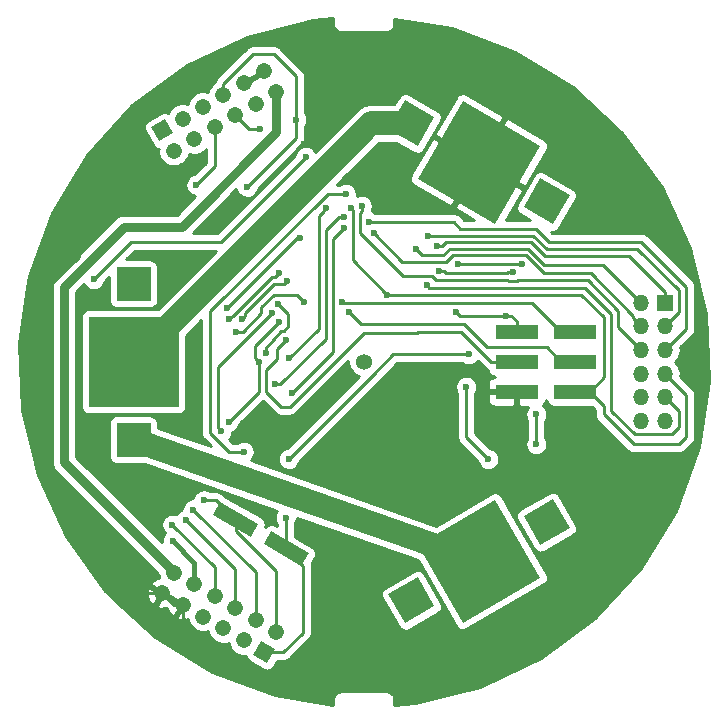
<source format=gbl>
G04 #@! TF.FileFunction,Copper,L2,Bot,Signal*
%FSLAX46Y46*%
G04 Gerber Fmt 4.6, Leading zero omitted, Abs format (unit mm)*
G04 Created by KiCad (PCBNEW (2015-08-12 BZR 6086)-product) date Tue 01 Sep 2015 09:02:53 PM CEST*
%MOMM*%
G01*
G04 APERTURE LIST*
%ADD10C,0.100000*%
%ADD11R,2.850000X2.850000*%
%ADD12R,7.620000X7.620000*%
%ADD13R,3.680000X1.270000*%
%ADD14C,1.360000*%
%ADD15C,1.360000*%
%ADD16R,1.360000X1.360000*%
%ADD17O,1.360000X1.360000*%
%ADD18C,0.600000*%
%ADD19C,0.250000*%
%ADD20C,2.000000*%
%ADD21C,0.400000*%
%ADD22C,0.800000*%
%ADD23C,0.254000*%
G04 APERTURE END LIST*
D10*
G36*
X131551488Y-145243409D02*
X132976488Y-147711581D01*
X130508316Y-149136581D01*
X129083316Y-146668409D01*
X131551488Y-145243409D01*
X131551488Y-145243409D01*
G37*
G36*
X142991684Y-138638409D02*
X144416684Y-141106581D01*
X141948512Y-142531581D01*
X140523512Y-140063409D01*
X142991684Y-138638409D01*
X142991684Y-138638409D01*
G37*
G36*
X138144557Y-138682938D02*
X141954557Y-145282052D01*
X135355443Y-149092052D01*
X131545443Y-142492938D01*
X138144557Y-138682938D01*
X138144557Y-138682938D01*
G37*
D11*
X107500000Y-120395000D03*
X107500000Y-133605000D03*
D12*
X107500000Y-127000000D03*
D10*
G36*
X140523512Y-113936591D02*
X141948512Y-111468419D01*
X144416684Y-112893419D01*
X142991684Y-115361591D01*
X140523512Y-113936591D01*
X140523512Y-113936591D01*
G37*
G36*
X129083316Y-107331591D02*
X130508316Y-104863419D01*
X132976488Y-106288419D01*
X131551488Y-108756591D01*
X129083316Y-107331591D01*
X129083316Y-107331591D01*
G37*
G36*
X131545443Y-111507062D02*
X135355443Y-104907948D01*
X141954557Y-108717948D01*
X138144557Y-115317062D01*
X131545443Y-111507062D01*
X131545443Y-111507062D01*
G37*
G36*
X122334548Y-143212574D02*
X121699548Y-144312426D01*
X118512574Y-142472426D01*
X119147574Y-141372574D01*
X122334548Y-143212574D01*
X122334548Y-143212574D01*
G37*
G36*
X118047722Y-140737574D02*
X117412722Y-141837426D01*
X114225748Y-139997426D01*
X114860748Y-138897574D01*
X118047722Y-140737574D01*
X118047722Y-140737574D01*
G37*
D13*
X144904000Y-124460000D03*
X139954000Y-124460000D03*
X144904000Y-127000000D03*
X139954000Y-127000000D03*
X144904000Y-129540000D03*
X139954000Y-129540000D03*
D14*
X127000000Y-127000000D03*
D10*
G36*
X109670976Y-108345249D02*
X108990976Y-107167455D01*
X110168770Y-106487455D01*
X110848770Y-107665249D01*
X109670976Y-108345249D01*
X109670976Y-108345249D01*
G37*
D15*
X110919873Y-109148403D02*
X110919873Y-109148403D01*
X111651924Y-106416352D02*
X111651924Y-106416352D01*
X112651924Y-108148403D02*
X112651924Y-108148403D01*
X113383975Y-105416352D02*
X113383975Y-105416352D01*
X114383975Y-107148403D02*
X114383975Y-107148403D01*
X115116025Y-104416352D02*
X115116025Y-104416352D01*
X116116025Y-106148403D02*
X116116025Y-106148403D01*
X116848076Y-103416352D02*
X116848076Y-103416352D01*
X117848076Y-105148403D02*
X117848076Y-105148403D01*
X118580127Y-102416352D02*
X118580127Y-102416352D01*
X119580127Y-104148403D02*
X119580127Y-104148403D01*
D10*
G36*
X119509024Y-151334751D02*
X118829024Y-152512545D01*
X117651230Y-151832545D01*
X118331230Y-150654751D01*
X119509024Y-151334751D01*
X119509024Y-151334751D01*
G37*
D15*
X119580127Y-149851597D02*
X119580127Y-149851597D01*
X116848076Y-150583648D02*
X116848076Y-150583648D01*
X117848076Y-148851597D02*
X117848076Y-148851597D01*
X115116025Y-149583648D02*
X115116025Y-149583648D01*
X116116025Y-147851597D02*
X116116025Y-147851597D01*
X113383975Y-148583648D02*
X113383975Y-148583648D01*
X114383975Y-146851597D02*
X114383975Y-146851597D01*
X111651924Y-147583648D02*
X111651924Y-147583648D01*
X112651924Y-145851597D02*
X112651924Y-145851597D01*
X109919873Y-146583648D02*
X109919873Y-146583648D01*
X110919873Y-144851597D02*
X110919873Y-144851597D01*
D16*
X152500000Y-122000000D03*
D17*
X150500000Y-122000000D03*
X152500000Y-124000000D03*
X150500000Y-124000000D03*
X152500000Y-126000000D03*
X150500000Y-126000000D03*
X152500000Y-128000000D03*
X150500000Y-128000000D03*
X152500000Y-130000000D03*
X150500000Y-130000000D03*
X152500000Y-132000000D03*
X150500000Y-132000000D03*
D18*
X130638020Y-153153045D03*
X123412860Y-153203928D03*
X130485376Y-100694310D03*
X123209334Y-100694310D03*
X125095000Y-129540000D03*
X130810000Y-130810000D03*
X115046609Y-152060256D03*
X148488777Y-142849290D03*
X143531937Y-148393610D03*
X137436860Y-151845037D03*
X148590000Y-111125000D03*
X152400000Y-116840000D03*
X103693497Y-135028930D03*
X107315000Y-137160000D03*
X113030000Y-102870000D03*
X106045000Y-108585000D03*
X102870000Y-113665000D03*
X99695000Y-121285000D03*
X99695000Y-132715000D03*
X102235000Y-140335000D03*
X152534899Y-137037661D03*
X143510000Y-105410000D03*
X137795000Y-102235000D03*
X123190000Y-108585000D03*
X121920000Y-108585000D03*
X146685000Y-132715000D03*
X146050000Y-132080000D03*
X145415000Y-131445000D03*
X122555000Y-140970000D03*
X123825000Y-141605000D03*
X125095000Y-142240000D03*
X132080000Y-133985000D03*
X130810000Y-133985000D03*
X129540000Y-133985000D03*
X123190000Y-135255000D03*
X125095000Y-135255000D03*
X132715000Y-129540000D03*
X128905000Y-129540000D03*
X130810000Y-127635000D03*
X139074020Y-123116907D03*
X134811339Y-122764338D03*
X110806730Y-142217946D03*
X120646764Y-135228148D03*
X135890000Y-126365000D03*
X123828950Y-113995093D03*
X120680403Y-126716513D03*
X112570514Y-139513559D03*
X122084379Y-109657430D03*
X104140000Y-120015000D03*
X121262221Y-106497006D03*
X117112362Y-112192514D03*
X118250020Y-107315000D03*
X114937348Y-132891304D03*
X119204339Y-122892064D03*
X111960756Y-140361966D03*
X119743150Y-122105658D03*
X118739305Y-126276499D03*
X110798882Y-140787089D03*
X118110000Y-127000000D03*
X119799705Y-123650829D03*
X115570000Y-132080000D03*
X115621223Y-123412063D03*
X119806976Y-119488799D03*
X116652797Y-123414291D03*
X120508858Y-120129020D03*
X121637595Y-116501343D03*
X115405048Y-122420069D03*
X120399970Y-125166473D03*
X121920000Y-121920000D03*
X125130047Y-121920000D03*
X116205000Y-124460000D03*
X112812722Y-112025711D03*
X125730000Y-122770011D03*
X132369848Y-120544968D03*
X139602274Y-119444950D03*
X133398963Y-119331037D03*
X119520020Y-128868304D03*
X125286150Y-114734873D03*
X133222461Y-117181007D03*
X131445000Y-117475000D03*
X132407051Y-116332739D03*
X127820103Y-116137004D03*
X127436159Y-115156256D03*
X126827135Y-113806917D03*
X116840000Y-134620000D03*
X120396000Y-140208000D03*
X125476000Y-112776000D03*
X120883288Y-129617642D03*
X125285830Y-115684873D03*
X113460424Y-138729054D03*
X137544773Y-135254059D03*
X135680865Y-129119305D03*
X128948882Y-121314298D03*
X125897849Y-114004272D03*
X134948443Y-118744940D03*
X140399230Y-118764535D03*
X141605000Y-133985000D03*
X141605000Y-131445000D03*
D19*
X131062284Y-153153045D02*
X130638020Y-153153045D01*
X136128852Y-153153045D02*
X131062284Y-153153045D01*
X137436860Y-151845037D02*
X136128852Y-153153045D01*
X132026066Y-102235000D02*
X130785375Y-100994309D01*
X137795000Y-102235000D02*
X132026066Y-102235000D01*
X130785375Y-100994309D02*
X130485376Y-100694310D01*
X123190000Y-108585000D02*
X123190000Y-100713644D01*
X123190000Y-100713644D02*
X123209334Y-100694310D01*
X105410000Y-131445000D02*
X109855000Y-131445000D01*
X109855000Y-131445000D02*
X110490000Y-132080000D01*
X103693497Y-133161503D02*
X105410000Y-131445000D01*
X103693497Y-135028930D02*
X103693497Y-133161503D01*
X143531937Y-148393610D02*
X143531937Y-147806130D01*
X143531937Y-147806130D02*
X148488777Y-142849290D01*
X140056897Y-149225000D02*
X142700547Y-149225000D01*
X142700547Y-149225000D02*
X143531937Y-148393610D01*
X137436860Y-151845037D02*
X140056897Y-149225000D01*
X143510000Y-105410000D02*
X139947273Y-105410000D01*
X139947273Y-105410000D02*
X136750000Y-108607273D01*
X136750000Y-108607273D02*
X136750000Y-110112505D01*
X111651924Y-148665571D02*
X115046609Y-152060256D01*
X111651924Y-147583648D02*
X111651924Y-148665571D01*
X152534899Y-138803168D02*
X148488777Y-142849290D01*
X152534899Y-137037661D02*
X152534899Y-138803168D01*
X152400000Y-116840000D02*
X148590000Y-113030000D01*
X148590000Y-113030000D02*
X148590000Y-111125000D01*
X105824567Y-137160000D02*
X103693497Y-135028930D01*
X107315000Y-137160000D02*
X105824567Y-137160000D01*
X109220000Y-104775000D02*
X111125000Y-104775000D01*
X111125000Y-104775000D02*
X113030000Y-102870000D01*
X106045000Y-107950000D02*
X109220000Y-104775000D01*
X106045000Y-108585000D02*
X106045000Y-107950000D01*
X99695000Y-121285000D02*
X102870000Y-118110000D01*
X102870000Y-118110000D02*
X102870000Y-113665000D01*
X109919873Y-146583648D02*
X108483648Y-146583648D01*
X108483648Y-146583648D02*
X102235000Y-140335000D01*
X111651924Y-147583648D02*
X110919873Y-147583648D01*
X110919873Y-147583648D02*
X109919873Y-146583648D01*
X151007661Y-137037661D02*
X152534899Y-137037661D01*
X146685000Y-132715000D02*
X151007661Y-137037661D01*
X121920000Y-108585000D02*
X123190000Y-108585000D01*
X145415000Y-131445000D02*
X146050000Y-132080000D01*
X130810000Y-133985000D02*
X132080000Y-133985000D01*
X129540000Y-133985000D02*
X130810000Y-133985000D01*
X125095000Y-135255000D02*
X123190000Y-135255000D01*
D20*
X127611920Y-106810005D02*
X107500000Y-126921925D01*
X131029902Y-106810005D02*
X127611920Y-106810005D01*
X107500000Y-126921925D02*
X107500000Y-127000000D01*
X107500000Y-133605000D02*
X136750000Y-143887495D01*
D19*
X135163908Y-123116907D02*
X139074020Y-123116907D01*
X139495907Y-123116907D02*
X139074020Y-123116907D01*
X139954000Y-124460000D02*
X139954000Y-123575000D01*
X139954000Y-123575000D02*
X139495907Y-123116907D01*
X134811339Y-122764338D02*
X135163908Y-123116907D01*
D21*
X112651924Y-144063140D02*
X110806730Y-142217946D01*
X112651924Y-145851597D02*
X112651924Y-144063140D01*
D19*
X129509912Y-126365000D02*
X127769911Y-128105001D01*
X127769911Y-128105001D02*
X120646764Y-135228148D01*
X135890000Y-126365000D02*
X129509912Y-126365000D01*
X123528951Y-114295092D02*
X123828950Y-113995093D01*
X123166992Y-114657051D02*
X123528951Y-114295092D01*
X123166992Y-124229924D02*
X123166992Y-114657051D01*
X120680403Y-126716513D02*
X123166992Y-124229924D01*
X117848076Y-144791121D02*
X112570514Y-139513559D01*
X117848076Y-148851597D02*
X117848076Y-144791121D01*
X114901809Y-116840000D02*
X122084379Y-109657430D01*
X107315000Y-116840000D02*
X114901809Y-116840000D01*
X104140000Y-120015000D02*
X107315000Y-116840000D01*
X117112362Y-112192514D02*
X121262221Y-108042655D01*
X121262221Y-108042655D02*
X121262221Y-106497006D01*
X115116025Y-104416352D02*
X115116025Y-103454687D01*
X115116025Y-103454687D02*
X117605712Y-100965000D01*
X117605712Y-100965000D02*
X119380000Y-100965000D01*
X119380000Y-100965000D02*
X121262221Y-102847221D01*
X121262221Y-102847221D02*
X121262221Y-106497006D01*
X117282622Y-107315000D02*
X118250020Y-107315000D01*
X116116025Y-106148403D02*
X117282622Y-107315000D01*
X119204339Y-122892064D02*
X114637349Y-127459054D01*
X114637349Y-127459054D02*
X114637349Y-132591305D01*
X114637349Y-132591305D02*
X114937348Y-132891304D01*
X116116025Y-144517235D02*
X111960756Y-140361966D01*
X116116025Y-147851597D02*
X116116025Y-144517235D01*
X120601904Y-122964412D02*
X119743150Y-122105658D01*
X120226483Y-124391472D02*
X120601904Y-124016051D01*
X118739305Y-125741321D02*
X119275029Y-125205597D01*
X119275029Y-125144412D02*
X120027969Y-124391472D01*
X119275029Y-125205597D02*
X119275029Y-125144412D01*
X120027969Y-124391472D02*
X120226483Y-124391472D01*
X118739305Y-126276499D02*
X118739305Y-125741321D01*
X120601904Y-124016051D02*
X120601904Y-122964412D01*
X119799705Y-123650829D02*
X117810001Y-125640533D01*
X117810001Y-125640533D02*
X117810001Y-126700001D01*
X117810001Y-126700001D02*
X118110000Y-127000000D01*
X114383975Y-144372182D02*
X110798882Y-140787089D01*
X118110000Y-129540000D02*
X118110000Y-127000000D01*
X115570000Y-132080000D02*
X118110000Y-129540000D01*
X114383975Y-146851597D02*
X114383975Y-144372182D01*
X115921222Y-123112064D02*
X115621223Y-123412063D01*
X119806976Y-119488799D02*
X119506977Y-119788798D01*
X119244488Y-119788798D02*
X115921222Y-123112064D01*
X119506977Y-119788798D02*
X119244488Y-119788798D01*
X116952796Y-122866791D02*
X119390568Y-120429019D01*
X116652797Y-123414291D02*
X116952796Y-123114292D01*
X116952796Y-123114292D02*
X116952796Y-122866791D01*
X119390568Y-120429019D02*
X120208859Y-120429019D01*
X120208859Y-120429019D02*
X120508858Y-120129020D01*
X121323774Y-116501343D02*
X121637595Y-116501343D01*
X115405048Y-122420069D02*
X121323774Y-116501343D01*
X119652925Y-125913518D02*
X119652925Y-126772191D01*
X120716262Y-130810000D02*
X126973454Y-124552808D01*
X119652925Y-126772191D02*
X118745000Y-127680116D01*
X137795000Y-127000000D02*
X139954000Y-127000000D01*
X120399970Y-125166473D02*
X119652925Y-125913518D01*
X118745000Y-127680116D02*
X118745000Y-129540000D01*
X118745000Y-129540000D02*
X120015000Y-130810000D01*
X120015000Y-130810000D02*
X120716262Y-130810000D01*
X126973454Y-124552808D02*
X131516913Y-124552808D01*
X131516913Y-124552808D02*
X131609721Y-124460000D01*
X131609721Y-124460000D02*
X135255000Y-124460000D01*
X135255000Y-124460000D02*
X137795000Y-127000000D01*
X116205000Y-124460000D02*
X116749533Y-124460000D01*
X116749533Y-124460000D02*
X118304342Y-122905191D01*
X118304342Y-122905191D02*
X118304342Y-122397464D01*
X118304342Y-122397464D02*
X119371149Y-121330657D01*
X119371149Y-121330657D02*
X121330657Y-121330657D01*
X121330657Y-121330657D02*
X121920000Y-121920000D01*
X125161521Y-121951474D02*
X125130047Y-121920000D01*
X125161521Y-121953312D02*
X125161521Y-121951474D01*
X125247527Y-122039318D02*
X125161521Y-121953312D01*
X141278318Y-122039318D02*
X125247527Y-122039318D01*
X143699000Y-124460000D02*
X141278318Y-122039318D01*
X144904000Y-124460000D02*
X143699000Y-124460000D01*
X126784989Y-123825000D02*
X125730000Y-122770011D01*
X114383975Y-107148403D02*
X114383975Y-110454458D01*
X114383975Y-110454458D02*
X112812722Y-112025711D01*
X144904000Y-127000000D02*
X143699000Y-127000000D01*
X143699000Y-127000000D02*
X142472768Y-125773768D01*
X142472768Y-125773768D02*
X137417310Y-125773768D01*
X135468542Y-123825000D02*
X126784989Y-123825000D01*
X137417310Y-125773768D02*
X135468542Y-123825000D01*
X145698522Y-120719980D02*
X132544860Y-120719980D01*
X132544860Y-120719980D02*
X132369848Y-120544968D01*
X152500000Y-130000000D02*
X153655001Y-131155001D01*
X153655001Y-131155001D02*
X153655001Y-132554401D01*
X153655001Y-132554401D02*
X153054401Y-133155001D01*
X153054401Y-133155001D02*
X149945599Y-133155001D01*
X149945599Y-133155001D02*
X147955000Y-131164402D01*
X147955000Y-131164402D02*
X147955000Y-122976458D01*
X147955000Y-122976458D02*
X145698522Y-120719980D01*
X133398963Y-119331037D02*
X133823227Y-119331037D01*
X133823227Y-119331037D02*
X133967054Y-119474864D01*
X133967054Y-119474864D02*
X139148096Y-119474864D01*
X139148096Y-119474864D02*
X139178010Y-119444950D01*
X139178010Y-119444950D02*
X139602274Y-119444950D01*
X119520020Y-128868304D02*
X119944284Y-128868304D01*
X123755018Y-125057570D02*
X123755018Y-115841741D01*
X123755018Y-115841741D02*
X124861886Y-114734873D01*
X124861886Y-114734873D02*
X125286150Y-114734873D01*
X119944284Y-128868304D02*
X123755018Y-125057570D01*
X133944983Y-116882749D02*
X133646725Y-117181007D01*
X141146110Y-116882749D02*
X133944983Y-116882749D01*
X142303381Y-118040020D02*
X141146110Y-116882749D01*
X152500000Y-122000000D02*
X152500000Y-121070000D01*
X133646725Y-117181007D02*
X133222461Y-117181007D01*
X149470020Y-118040020D02*
X142303381Y-118040020D01*
X152500000Y-121070000D02*
X149470020Y-118040020D01*
X142265520Y-118779990D02*
X140918289Y-117432759D01*
X147279990Y-118779990D02*
X142265520Y-118779990D01*
X133741813Y-117956026D02*
X131926026Y-117956026D01*
X131926026Y-117956026D02*
X131445000Y-117475000D01*
X134265080Y-117432759D02*
X133741813Y-117956026D01*
X150500000Y-122000000D02*
X147279990Y-118779990D01*
X140918289Y-117432759D02*
X134265080Y-117432759D01*
X141361394Y-116320202D02*
X139298466Y-116320202D01*
X152500000Y-124000000D02*
X153670000Y-122830000D01*
X139285929Y-116332739D02*
X132407051Y-116332739D01*
X139298466Y-116320202D02*
X139285929Y-116332739D01*
X150155012Y-117440010D02*
X142481202Y-117440010D01*
X153670000Y-120954998D02*
X150155012Y-117440010D01*
X153670000Y-122830000D02*
X153670000Y-120954998D01*
X142481202Y-117440010D02*
X141361394Y-116320202D01*
X133990345Y-118556036D02*
X130239135Y-118556036D01*
X134563612Y-117982769D02*
X133990345Y-118556036D01*
X146195586Y-119519960D02*
X142227659Y-119519960D01*
X130239135Y-118556036D02*
X127820103Y-116137004D01*
X150500000Y-124000000D02*
X149820001Y-123320001D01*
X149820001Y-123144375D02*
X146195586Y-119519960D01*
X149820001Y-123320001D02*
X149820001Y-123144375D01*
X142227659Y-119519960D02*
X140690468Y-117982769D01*
X140690468Y-117982769D02*
X134563612Y-117982769D01*
X154305000Y-124195000D02*
X154305000Y-120650000D01*
X135179397Y-115742072D02*
X134593581Y-115156256D01*
X152500000Y-126000000D02*
X154305000Y-124195000D01*
X150495000Y-116840000D02*
X142659022Y-116840000D01*
X142659022Y-116840000D02*
X141561094Y-115742072D01*
X134593581Y-115156256D02*
X127436159Y-115156256D01*
X154305000Y-120650000D02*
X150495000Y-116840000D01*
X141561094Y-115742072D02*
X135179397Y-115742072D01*
X126661158Y-114397158D02*
X126827135Y-114231181D01*
X139975266Y-120169970D02*
X139229282Y-120169970D01*
X139229282Y-120169970D02*
X139179282Y-120119970D01*
X139179282Y-120119970D02*
X133091852Y-120119970D01*
X133091852Y-120119970D02*
X132741849Y-119769967D01*
X132741849Y-119769967D02*
X130299815Y-119769967D01*
X145947054Y-120119970D02*
X140025266Y-120119970D01*
X130299815Y-119769967D02*
X126661158Y-116131310D01*
X126827135Y-114231181D02*
X126827135Y-113806917D01*
X148555009Y-122727925D02*
X145947054Y-120119970D01*
X148555010Y-124055010D02*
X148555009Y-122727925D01*
X150500000Y-126000000D02*
X148555010Y-124055010D01*
X140025266Y-120119970D02*
X139975266Y-120169970D01*
X126661158Y-116131310D02*
X126661158Y-114397158D01*
X116840000Y-134620000D02*
X115570000Y-134620000D01*
X115570000Y-134620000D02*
X113985100Y-133035100D01*
X113985100Y-133035100D02*
X113985100Y-122742900D01*
X113985100Y-122742900D02*
X123952000Y-112776000D01*
X123952000Y-112776000D02*
X125476000Y-112776000D01*
X120423561Y-142842500D02*
X120423561Y-140235561D01*
X120423561Y-140235561D02*
X120396000Y-140208000D01*
X120196352Y-151583648D02*
X121841244Y-149938756D01*
X121841244Y-149938756D02*
X121841244Y-144260183D01*
X121841244Y-144260183D02*
X120423561Y-142842500D01*
X118580127Y-151583648D02*
X120196352Y-151583648D01*
X116136735Y-141291776D02*
X116136735Y-140367500D01*
X124355028Y-126145902D02*
X120883288Y-129617642D01*
X125285830Y-115684873D02*
X124355028Y-116615675D01*
X124355028Y-116615675D02*
X124355028Y-126145902D01*
X116136735Y-140367500D02*
X114498289Y-138729054D01*
X114498289Y-138729054D02*
X113460424Y-138729054D01*
X119580127Y-144735168D02*
X116136735Y-141291776D01*
X119580127Y-149851597D02*
X119580127Y-144735168D01*
X137544773Y-135254059D02*
X135680865Y-133390151D01*
X135680865Y-129119305D02*
X135680865Y-133390151D01*
X126061151Y-118426567D02*
X128948882Y-121314298D01*
X146109000Y-129540000D02*
X147320000Y-128329000D01*
X147320000Y-128329000D02*
X147320000Y-123227347D01*
X147320000Y-123227347D02*
X145406951Y-121314298D01*
X145406951Y-121314298D02*
X128948882Y-121314298D01*
X125897849Y-114004272D02*
X126061151Y-114167574D01*
X126061151Y-114167574D02*
X126061151Y-118426567D01*
X144904000Y-129540000D02*
X146109000Y-129540000D01*
X147320000Y-131445000D02*
X147320000Y-130751000D01*
X147320000Y-130751000D02*
X146109000Y-129540000D01*
X149860000Y-133985000D02*
X147320000Y-131445000D01*
X153670000Y-133985000D02*
X149860000Y-133985000D01*
X154305000Y-133350000D02*
X153670000Y-133985000D01*
X154305000Y-129805000D02*
X154305000Y-133350000D01*
X152500000Y-128000000D02*
X154305000Y-129805000D01*
D22*
X119580127Y-107559726D02*
X119580127Y-104148403D01*
X110919873Y-144851597D02*
X110919873Y-144799769D01*
X110919873Y-144799769D02*
X101600000Y-135479896D01*
X101600000Y-135479896D02*
X101600000Y-120650000D01*
X101600000Y-120650000D02*
X106680000Y-115570000D01*
X106680000Y-115570000D02*
X111569853Y-115570000D01*
X111569853Y-115570000D02*
X119580127Y-107559726D01*
D19*
X139254273Y-118719949D02*
X139930380Y-118719949D01*
X139930380Y-118719949D02*
X139974966Y-118764535D01*
X139974966Y-118764535D02*
X140399230Y-118764535D01*
X139229282Y-118744940D02*
X139254273Y-118719949D01*
X134948443Y-118744940D02*
X139229282Y-118744940D01*
X141605000Y-131445000D02*
X141605000Y-133985000D01*
D23*
G36*
X124410000Y-98425000D02*
X124416290Y-98489145D01*
X124422133Y-98553356D01*
X124422812Y-98555662D01*
X124423046Y-98558051D01*
X124441666Y-98619723D01*
X124459879Y-98681606D01*
X124460992Y-98683736D01*
X124461686Y-98686033D01*
X124491916Y-98742886D01*
X124521816Y-98800081D01*
X124523323Y-98801955D01*
X124524449Y-98804073D01*
X124565157Y-98853986D01*
X124605586Y-98904269D01*
X124607427Y-98905813D01*
X124608944Y-98907674D01*
X124658616Y-98948766D01*
X124707998Y-98990203D01*
X124710102Y-98991360D01*
X124711953Y-98992891D01*
X124768639Y-99023541D01*
X124825150Y-99054608D01*
X124827442Y-99055335D01*
X124829552Y-99056476D01*
X124891084Y-99075524D01*
X124952580Y-99095031D01*
X124954968Y-99095299D01*
X124957262Y-99096009D01*
X125021366Y-99102746D01*
X125085436Y-99109933D01*
X125090050Y-99109965D01*
X125090218Y-99109983D01*
X125090386Y-99109968D01*
X125095000Y-99110000D01*
X128905000Y-99110000D01*
X128969145Y-99103710D01*
X129033356Y-99097867D01*
X129035662Y-99097188D01*
X129038051Y-99096954D01*
X129099723Y-99078334D01*
X129161606Y-99060121D01*
X129163736Y-99059008D01*
X129166033Y-99058314D01*
X129222886Y-99028084D01*
X129280081Y-98998184D01*
X129281955Y-98996677D01*
X129284073Y-98995551D01*
X129333986Y-98954843D01*
X129384269Y-98914414D01*
X129385813Y-98912573D01*
X129387674Y-98911056D01*
X129428766Y-98861384D01*
X129470203Y-98812002D01*
X129471360Y-98809898D01*
X129472891Y-98808047D01*
X129503541Y-98751361D01*
X129534608Y-98694850D01*
X129535335Y-98692558D01*
X129536476Y-98690448D01*
X129555524Y-98628916D01*
X129575031Y-98567420D01*
X129575299Y-98565032D01*
X129576009Y-98562738D01*
X129582746Y-98498634D01*
X129589933Y-98434564D01*
X129589965Y-98429950D01*
X129589983Y-98429782D01*
X129589968Y-98429614D01*
X129590000Y-98425000D01*
X129590000Y-97959570D01*
X134490845Y-98751253D01*
X139835817Y-100736515D01*
X144693387Y-103722142D01*
X148878532Y-107594415D01*
X152231846Y-112205843D01*
X154625598Y-117380777D01*
X155968613Y-122922107D01*
X156209735Y-128618753D01*
X155339778Y-134253751D01*
X153391879Y-139612450D01*
X150440237Y-144490744D01*
X146597271Y-148702826D01*
X142009368Y-152088250D01*
X136851272Y-154518073D01*
X131300909Y-155904372D01*
X129590000Y-156084197D01*
X129590000Y-155575000D01*
X129583710Y-155510855D01*
X129577867Y-155446644D01*
X129577188Y-155444338D01*
X129576954Y-155441949D01*
X129558334Y-155380277D01*
X129540121Y-155318394D01*
X129539008Y-155316264D01*
X129538314Y-155313967D01*
X129508084Y-155257114D01*
X129478184Y-155199919D01*
X129476677Y-155198045D01*
X129475551Y-155195927D01*
X129434843Y-155146014D01*
X129394414Y-155095731D01*
X129392573Y-155094187D01*
X129391056Y-155092326D01*
X129341384Y-155051234D01*
X129292002Y-155009797D01*
X129289898Y-155008640D01*
X129288047Y-155007109D01*
X129231361Y-154976459D01*
X129174850Y-154945392D01*
X129172558Y-154944665D01*
X129170448Y-154943524D01*
X129108916Y-154924476D01*
X129047420Y-154904969D01*
X129045032Y-154904701D01*
X129042738Y-154903991D01*
X128978634Y-154897254D01*
X128914564Y-154890067D01*
X128909950Y-154890035D01*
X128909782Y-154890017D01*
X128909614Y-154890032D01*
X128905000Y-154890000D01*
X125095000Y-154890000D01*
X125030855Y-154896290D01*
X124966644Y-154902133D01*
X124964338Y-154902812D01*
X124961949Y-154903046D01*
X124900277Y-154921666D01*
X124838394Y-154939879D01*
X124836264Y-154940992D01*
X124833967Y-154941686D01*
X124777114Y-154971916D01*
X124719919Y-155001816D01*
X124718045Y-155003323D01*
X124715927Y-155004449D01*
X124666014Y-155045157D01*
X124615731Y-155085586D01*
X124614187Y-155087427D01*
X124612326Y-155088944D01*
X124571234Y-155138616D01*
X124529797Y-155187998D01*
X124528640Y-155190102D01*
X124527109Y-155191953D01*
X124496459Y-155248639D01*
X124465392Y-155305150D01*
X124464665Y-155307442D01*
X124463524Y-155309552D01*
X124444476Y-155371084D01*
X124424969Y-155432580D01*
X124424701Y-155434968D01*
X124423991Y-155437262D01*
X124417254Y-155501366D01*
X124410067Y-155565436D01*
X124410035Y-155570050D01*
X124410017Y-155570218D01*
X124410032Y-155570386D01*
X124410000Y-155575000D01*
X124410000Y-156040430D01*
X119509155Y-155248747D01*
X114164185Y-153263486D01*
X109306613Y-150277858D01*
X106459050Y-147643171D01*
X109454804Y-147643171D01*
X109569385Y-147851085D01*
X109823384Y-147895109D01*
X110081091Y-147888734D01*
X110332603Y-147832205D01*
X110360987Y-147819617D01*
X110364277Y-147850492D01*
X110441078Y-148096572D01*
X110564410Y-148322940D01*
X110729535Y-148520898D01*
X110966885Y-148516171D01*
X111478439Y-147630133D01*
X110593141Y-147119006D01*
X109966358Y-146757133D01*
X109454804Y-147643171D01*
X106459050Y-147643171D01*
X105325277Y-146594157D01*
X108604910Y-146594157D01*
X108632226Y-146850492D01*
X108709027Y-147096572D01*
X108832359Y-147322940D01*
X108997484Y-147520898D01*
X109234834Y-147516171D01*
X109746388Y-146630133D01*
X108861090Y-146119006D01*
X108652441Y-146233161D01*
X108628126Y-146337419D01*
X108604910Y-146594157D01*
X105325277Y-146594157D01*
X105121468Y-146405585D01*
X101768154Y-141794157D01*
X99374402Y-136619223D01*
X98031387Y-131077893D01*
X97790265Y-125381247D01*
X98520697Y-120650000D01*
X100565000Y-120650000D01*
X100565000Y-135479896D01*
X100574333Y-135575082D01*
X100582662Y-135670285D01*
X100584180Y-135675508D01*
X100584711Y-135680929D01*
X100612350Y-135772474D01*
X100639017Y-135864262D01*
X100641522Y-135869095D01*
X100643095Y-135874304D01*
X100687965Y-135958692D01*
X100731976Y-136043597D01*
X100735373Y-136047852D01*
X100737927Y-136052656D01*
X100798327Y-136126714D01*
X100857997Y-136201462D01*
X100865472Y-136209042D01*
X100865594Y-136209192D01*
X100865733Y-136209307D01*
X100868144Y-136211752D01*
X109605648Y-144949256D01*
X109640710Y-145175577D01*
X109684291Y-145295276D01*
X109507143Y-145335091D01*
X109271493Y-145439602D01*
X109060759Y-145588077D01*
X108982627Y-145661263D01*
X108988090Y-145899036D01*
X109873388Y-146410163D01*
X109883388Y-146392842D01*
X110103358Y-146519842D01*
X110093358Y-146537163D01*
X110978656Y-147048290D01*
X111605439Y-147410163D01*
X111615439Y-147392842D01*
X111835409Y-147519842D01*
X111825409Y-147537163D01*
X111842730Y-147547163D01*
X111715730Y-147767133D01*
X111698409Y-147757133D01*
X111186855Y-148643171D01*
X111301436Y-148851085D01*
X111555435Y-148895109D01*
X111813142Y-148888734D01*
X112064654Y-148832205D01*
X112091297Y-148820389D01*
X112104812Y-148907628D01*
X112192614Y-149148785D01*
X112325585Y-149368294D01*
X112498661Y-149557795D01*
X112705247Y-149710071D01*
X112721084Y-149719360D01*
X112732106Y-149725722D01*
X112965838Y-149831717D01*
X113215707Y-149890296D01*
X113472194Y-149899225D01*
X113725531Y-149858166D01*
X113823550Y-149821701D01*
X113836862Y-149907628D01*
X113924664Y-150148785D01*
X114057635Y-150368294D01*
X114230711Y-150557795D01*
X114437297Y-150710071D01*
X114453134Y-150719360D01*
X114464156Y-150725722D01*
X114697888Y-150831717D01*
X114947757Y-150890296D01*
X115204244Y-150899225D01*
X115457581Y-150858166D01*
X115555601Y-150821701D01*
X115568913Y-150907628D01*
X115656715Y-151148785D01*
X115789686Y-151368294D01*
X115962762Y-151557795D01*
X116169348Y-151710071D01*
X116185185Y-151719360D01*
X116196207Y-151725722D01*
X116429939Y-151831717D01*
X116679808Y-151890296D01*
X116936295Y-151899225D01*
X117021527Y-151885411D01*
X117025904Y-151959442D01*
X117086013Y-152128629D01*
X117190878Y-152274373D01*
X117332194Y-152385131D01*
X118509988Y-153065131D01*
X118601593Y-153108709D01*
X118776685Y-153148467D01*
X118955921Y-153137871D01*
X119125108Y-153077762D01*
X119270852Y-152972897D01*
X119381610Y-152831581D01*
X119663318Y-152343648D01*
X120196352Y-152343648D01*
X120266229Y-152336797D01*
X120336155Y-152330679D01*
X120339993Y-152329564D01*
X120343970Y-152329174D01*
X120411173Y-152308884D01*
X120478592Y-152289297D01*
X120482140Y-152287458D01*
X120485965Y-152286303D01*
X120547943Y-152253349D01*
X120610277Y-152221038D01*
X120613400Y-152218545D01*
X120616930Y-152216668D01*
X120671339Y-152172293D01*
X120726198Y-152128500D01*
X120731758Y-152123017D01*
X120731874Y-152122922D01*
X120731963Y-152122814D01*
X120733753Y-152121049D01*
X122378645Y-150476157D01*
X122423212Y-150421901D01*
X122468330Y-150368131D01*
X122470255Y-150364630D01*
X122472792Y-150361541D01*
X122505965Y-150299673D01*
X122539787Y-150238152D01*
X122540996Y-150234342D01*
X122542884Y-150230820D01*
X122563420Y-150163652D01*
X122584636Y-150096769D01*
X122585081Y-150092802D01*
X122586251Y-150088975D01*
X122593353Y-150019057D01*
X122601170Y-149949367D01*
X122601224Y-149941562D01*
X122601240Y-149941409D01*
X122601226Y-149941266D01*
X122601244Y-149938756D01*
X122601244Y-146642217D01*
X128445782Y-146642217D01*
X128463726Y-146820867D01*
X128530729Y-146987445D01*
X129955729Y-149455617D01*
X130013274Y-149539159D01*
X130145028Y-149661136D01*
X130305549Y-149741578D01*
X130482124Y-149774115D01*
X130660774Y-149756171D01*
X130827352Y-149689168D01*
X133295524Y-148264168D01*
X133379066Y-148206623D01*
X133501043Y-148074869D01*
X133581485Y-147914348D01*
X133614022Y-147737773D01*
X133596078Y-147559123D01*
X133529075Y-147392545D01*
X132104075Y-144924373D01*
X132046530Y-144840831D01*
X131914776Y-144718854D01*
X131754255Y-144638412D01*
X131577680Y-144605875D01*
X131399030Y-144623819D01*
X131232452Y-144690822D01*
X128764280Y-146115822D01*
X128680738Y-146173367D01*
X128558761Y-146305121D01*
X128478319Y-146465642D01*
X128445782Y-146642217D01*
X122601244Y-146642217D01*
X122601244Y-144260183D01*
X122594392Y-144190298D01*
X122588275Y-144120381D01*
X122587160Y-144116543D01*
X122586770Y-144112565D01*
X122574735Y-144072703D01*
X122887135Y-143531610D01*
X122930712Y-143440004D01*
X122970470Y-143264913D01*
X122959874Y-143085677D01*
X122899765Y-142916489D01*
X122794900Y-142770746D01*
X122653584Y-142659987D01*
X121183561Y-141811269D01*
X121183561Y-140713676D01*
X121212911Y-140672070D01*
X121287492Y-140504560D01*
X121328116Y-140325754D01*
X121329874Y-140199814D01*
X131561303Y-143796553D01*
X134802856Y-149411088D01*
X134860401Y-149494630D01*
X134992155Y-149616607D01*
X135152676Y-149697049D01*
X135329251Y-149729586D01*
X135507901Y-149711643D01*
X135674479Y-149644639D01*
X142273593Y-145834639D01*
X142357135Y-145777094D01*
X142479112Y-145645340D01*
X142559554Y-145484819D01*
X142592091Y-145308244D01*
X142574148Y-145129594D01*
X142507144Y-144963016D01*
X139663233Y-140037217D01*
X139885978Y-140037217D01*
X139903922Y-140215867D01*
X139970925Y-140382445D01*
X141395925Y-142850617D01*
X141453470Y-142934159D01*
X141585224Y-143056136D01*
X141745745Y-143136578D01*
X141922320Y-143169115D01*
X142100970Y-143151171D01*
X142267548Y-143084168D01*
X144735720Y-141659168D01*
X144819262Y-141601623D01*
X144941239Y-141469869D01*
X145021681Y-141309348D01*
X145054218Y-141132773D01*
X145036274Y-140954123D01*
X144969271Y-140787545D01*
X143544271Y-138319373D01*
X143486726Y-138235831D01*
X143354972Y-138113854D01*
X143194451Y-138033412D01*
X143017876Y-138000875D01*
X142839226Y-138018819D01*
X142672648Y-138085822D01*
X140204476Y-139510822D01*
X140120934Y-139568367D01*
X139998957Y-139700121D01*
X139918515Y-139860642D01*
X139885978Y-140037217D01*
X139663233Y-140037217D01*
X138697144Y-138363902D01*
X138639599Y-138280360D01*
X138507845Y-138158383D01*
X138347324Y-138077941D01*
X138170749Y-138045404D01*
X137992099Y-138063347D01*
X137825521Y-138130351D01*
X133086366Y-140866503D01*
X117419757Y-135359091D01*
X117551215Y-135233904D01*
X117656911Y-135084070D01*
X117731492Y-134916560D01*
X117772116Y-134737754D01*
X117775040Y-134528319D01*
X117739425Y-134348448D01*
X117669550Y-134178920D01*
X117568079Y-134026193D01*
X117438875Y-133896084D01*
X117286860Y-133793549D01*
X117117825Y-133722493D01*
X116938207Y-133685623D01*
X116754849Y-133684343D01*
X116574733Y-133718701D01*
X116404722Y-133787390D01*
X116293763Y-133860000D01*
X115884802Y-133860000D01*
X115587838Y-133563036D01*
X115648563Y-133505208D01*
X115754259Y-133355374D01*
X115828840Y-133187864D01*
X115869464Y-133009058D01*
X115870058Y-132966529D01*
X115993610Y-132918606D01*
X116148429Y-132820355D01*
X116281215Y-132693904D01*
X116386911Y-132544070D01*
X116461492Y-132376560D01*
X116494786Y-132230016D01*
X118427500Y-130297302D01*
X119477599Y-131347401D01*
X119531855Y-131391968D01*
X119585625Y-131437086D01*
X119589126Y-131439011D01*
X119592215Y-131441548D01*
X119654067Y-131474713D01*
X119715604Y-131508543D01*
X119719416Y-131509752D01*
X119722935Y-131511639D01*
X119790031Y-131532152D01*
X119856987Y-131553392D01*
X119860959Y-131553838D01*
X119864781Y-131555006D01*
X119934605Y-131562098D01*
X120004389Y-131569926D01*
X120012204Y-131569981D01*
X120012347Y-131569995D01*
X120012480Y-131569982D01*
X120015000Y-131570000D01*
X120716262Y-131570000D01*
X120786139Y-131563149D01*
X120856065Y-131557031D01*
X120859903Y-131555916D01*
X120863880Y-131555526D01*
X120931083Y-131535236D01*
X120998502Y-131515649D01*
X121002050Y-131513810D01*
X121005875Y-131512655D01*
X121067853Y-131479701D01*
X121130187Y-131447390D01*
X121133310Y-131444897D01*
X121136840Y-131443020D01*
X121191249Y-131398645D01*
X121246108Y-131354852D01*
X121251668Y-131349369D01*
X121251784Y-131349274D01*
X121251873Y-131349166D01*
X121253663Y-131347401D01*
X125686001Y-126915063D01*
X125683271Y-127110569D01*
X125729824Y-127364217D01*
X125824758Y-127603992D01*
X125964456Y-127820762D01*
X126143598Y-128006269D01*
X126355360Y-128153447D01*
X126558092Y-128242018D01*
X120494892Y-134305218D01*
X120381497Y-134326849D01*
X120211486Y-134395538D01*
X120058055Y-134495941D01*
X119927047Y-134624234D01*
X119823453Y-134775529D01*
X119751218Y-134944064D01*
X119713095Y-135123420D01*
X119710535Y-135306765D01*
X119743636Y-135487116D01*
X119811136Y-135657602D01*
X119910465Y-135811731D01*
X120037840Y-135943632D01*
X120188408Y-136048279D01*
X120356435Y-136121688D01*
X120535521Y-136161063D01*
X120718843Y-136164903D01*
X120899421Y-136133062D01*
X121070374Y-136066754D01*
X121225193Y-135968503D01*
X121357979Y-135842052D01*
X121463675Y-135692218D01*
X121538256Y-135524708D01*
X121571550Y-135378164D01*
X127751792Y-129197922D01*
X134744636Y-129197922D01*
X134777737Y-129378273D01*
X134845237Y-129548759D01*
X134920865Y-129666111D01*
X134920865Y-133390151D01*
X134927716Y-133460028D01*
X134933834Y-133529954D01*
X134934949Y-133533792D01*
X134935339Y-133537769D01*
X134955629Y-133604972D01*
X134975216Y-133672391D01*
X134977055Y-133675939D01*
X134978210Y-133679764D01*
X135011164Y-133741742D01*
X135043475Y-133804076D01*
X135045968Y-133807199D01*
X135047845Y-133810729D01*
X135092220Y-133865138D01*
X135136013Y-133919997D01*
X135141496Y-133925557D01*
X135141591Y-133925673D01*
X135141699Y-133925762D01*
X135143464Y-133927552D01*
X136622022Y-135406110D01*
X136641645Y-135513027D01*
X136709145Y-135683513D01*
X136808474Y-135837642D01*
X136935849Y-135969543D01*
X137086417Y-136074190D01*
X137254444Y-136147599D01*
X137433530Y-136186974D01*
X137616852Y-136190814D01*
X137797430Y-136158973D01*
X137968383Y-136092665D01*
X138123202Y-135994414D01*
X138255988Y-135867963D01*
X138361684Y-135718129D01*
X138436265Y-135550619D01*
X138476889Y-135371813D01*
X138479813Y-135162378D01*
X138444198Y-134982507D01*
X138374323Y-134812979D01*
X138272852Y-134660252D01*
X138143648Y-134530143D01*
X137991633Y-134427608D01*
X137822598Y-134356552D01*
X137696102Y-134330586D01*
X136440865Y-133075349D01*
X136440865Y-129825750D01*
X137479000Y-129825750D01*
X137479000Y-130237542D01*
X137503403Y-130360223D01*
X137551270Y-130475785D01*
X137620763Y-130579789D01*
X137709211Y-130668237D01*
X137813215Y-130737730D01*
X137928777Y-130785597D01*
X138051458Y-130810000D01*
X139668250Y-130810000D01*
X139827000Y-130651250D01*
X139827000Y-129667000D01*
X137637750Y-129667000D01*
X137479000Y-129825750D01*
X136440865Y-129825750D01*
X136440865Y-129664052D01*
X136497776Y-129583375D01*
X136572357Y-129415865D01*
X136612981Y-129237059D01*
X136615905Y-129027624D01*
X136580290Y-128847753D01*
X136510415Y-128678225D01*
X136408944Y-128525498D01*
X136279740Y-128395389D01*
X136127725Y-128292854D01*
X135958690Y-128221798D01*
X135779072Y-128184928D01*
X135595714Y-128183648D01*
X135415598Y-128218006D01*
X135245587Y-128286695D01*
X135092156Y-128387098D01*
X134961148Y-128515391D01*
X134857554Y-128666686D01*
X134785319Y-128835221D01*
X134747196Y-129014577D01*
X134744636Y-129197922D01*
X127751792Y-129197922D01*
X129824714Y-127125000D01*
X135345126Y-127125000D01*
X135431644Y-127185131D01*
X135599671Y-127258540D01*
X135778757Y-127297915D01*
X135962079Y-127301755D01*
X136142657Y-127269914D01*
X136313610Y-127203606D01*
X136468429Y-127105355D01*
X136601215Y-126978904D01*
X136641704Y-126921506D01*
X137257599Y-127537401D01*
X137311855Y-127581968D01*
X137365625Y-127627086D01*
X137369126Y-127629011D01*
X137372215Y-127631548D01*
X137434067Y-127664713D01*
X137480325Y-127690144D01*
X137483992Y-127736121D01*
X137537106Y-127907634D01*
X137635900Y-128057559D01*
X137772550Y-128174025D01*
X137936237Y-128247810D01*
X138092383Y-128270000D01*
X138051458Y-128270000D01*
X137928777Y-128294403D01*
X137813215Y-128342270D01*
X137709211Y-128411763D01*
X137620763Y-128500211D01*
X137551270Y-128604215D01*
X137503403Y-128719777D01*
X137479000Y-128842458D01*
X137479000Y-129254250D01*
X137637750Y-129413000D01*
X139827000Y-129413000D01*
X139827000Y-129393000D01*
X140081000Y-129393000D01*
X140081000Y-129413000D01*
X140101000Y-129413000D01*
X140101000Y-129667000D01*
X140081000Y-129667000D01*
X140081000Y-130651250D01*
X140239750Y-130810000D01*
X140917027Y-130810000D01*
X140885283Y-130841086D01*
X140781689Y-130992381D01*
X140709454Y-131160916D01*
X140671331Y-131340272D01*
X140668771Y-131523617D01*
X140701872Y-131703968D01*
X140769372Y-131874454D01*
X140845000Y-131991806D01*
X140845000Y-133439918D01*
X140781689Y-133532381D01*
X140709454Y-133700916D01*
X140671331Y-133880272D01*
X140668771Y-134063617D01*
X140701872Y-134243968D01*
X140769372Y-134414454D01*
X140868701Y-134568583D01*
X140996076Y-134700484D01*
X141146644Y-134805131D01*
X141314671Y-134878540D01*
X141493757Y-134917915D01*
X141677079Y-134921755D01*
X141857657Y-134889914D01*
X142028610Y-134823606D01*
X142183429Y-134725355D01*
X142316215Y-134598904D01*
X142421911Y-134449070D01*
X142496492Y-134281560D01*
X142537116Y-134102754D01*
X142540040Y-133893319D01*
X142504425Y-133713448D01*
X142434550Y-133543920D01*
X142365000Y-133439238D01*
X142365000Y-131989747D01*
X142421911Y-131909070D01*
X142496492Y-131741560D01*
X142537116Y-131562754D01*
X142540040Y-131353319D01*
X142504425Y-131173448D01*
X142434550Y-131003920D01*
X142333079Y-130851193D01*
X142203875Y-130721084D01*
X142161985Y-130692829D01*
X142198789Y-130668237D01*
X142287237Y-130579789D01*
X142356730Y-130475785D01*
X142404597Y-130360223D01*
X142429000Y-130237542D01*
X142429000Y-130213522D01*
X142433992Y-130276121D01*
X142487106Y-130447634D01*
X142585900Y-130597559D01*
X142722550Y-130714025D01*
X142886237Y-130787810D01*
X143064000Y-130813072D01*
X146307270Y-130813072D01*
X146560000Y-131065802D01*
X146560000Y-131445000D01*
X146566851Y-131514877D01*
X146572969Y-131584803D01*
X146574084Y-131588641D01*
X146574474Y-131592618D01*
X146594764Y-131659821D01*
X146614351Y-131727240D01*
X146616190Y-131730788D01*
X146617345Y-131734613D01*
X146650299Y-131796591D01*
X146682610Y-131858925D01*
X146685103Y-131862048D01*
X146686980Y-131865578D01*
X146731355Y-131919987D01*
X146775148Y-131974846D01*
X146780631Y-131980406D01*
X146780726Y-131980522D01*
X146780834Y-131980611D01*
X146782599Y-131982401D01*
X149322599Y-134522401D01*
X149376855Y-134566968D01*
X149430625Y-134612086D01*
X149434126Y-134614011D01*
X149437215Y-134616548D01*
X149499067Y-134649713D01*
X149560604Y-134683543D01*
X149564416Y-134684752D01*
X149567935Y-134686639D01*
X149635031Y-134707152D01*
X149701987Y-134728392D01*
X149705959Y-134728838D01*
X149709781Y-134730006D01*
X149779605Y-134737098D01*
X149849389Y-134744926D01*
X149857204Y-134744981D01*
X149857347Y-134744995D01*
X149857480Y-134744982D01*
X149860000Y-134745000D01*
X153670000Y-134745000D01*
X153739877Y-134738149D01*
X153809803Y-134732031D01*
X153813641Y-134730916D01*
X153817618Y-134730526D01*
X153884821Y-134710236D01*
X153952240Y-134690649D01*
X153955788Y-134688810D01*
X153959613Y-134687655D01*
X154021591Y-134654701D01*
X154083925Y-134622390D01*
X154087048Y-134619897D01*
X154090578Y-134618020D01*
X154144987Y-134573645D01*
X154199846Y-134529852D01*
X154205406Y-134524369D01*
X154205522Y-134524274D01*
X154205611Y-134524166D01*
X154207401Y-134522401D01*
X154842401Y-133887401D01*
X154886968Y-133833145D01*
X154932086Y-133779375D01*
X154934011Y-133775874D01*
X154936548Y-133772785D01*
X154969732Y-133710898D01*
X155003543Y-133649396D01*
X155004751Y-133645588D01*
X155006640Y-133642065D01*
X155027180Y-133574882D01*
X155048392Y-133508013D01*
X155048837Y-133504046D01*
X155050007Y-133500219D01*
X155057109Y-133430301D01*
X155064926Y-133360611D01*
X155064980Y-133352806D01*
X155064996Y-133352653D01*
X155064982Y-133352510D01*
X155065000Y-133350000D01*
X155065000Y-129805000D01*
X155058144Y-129735073D01*
X155052030Y-129665197D01*
X155050916Y-129661364D01*
X155050526Y-129657382D01*
X155030224Y-129590138D01*
X155010649Y-129522760D01*
X155008810Y-129519212D01*
X155007655Y-129515387D01*
X154974691Y-129453390D01*
X154942389Y-129391074D01*
X154939897Y-129387953D01*
X154938020Y-129384422D01*
X154893641Y-129330007D01*
X154849852Y-129275154D01*
X154844369Y-129269594D01*
X154844274Y-129269478D01*
X154844166Y-129269389D01*
X154842401Y-129267599D01*
X153793153Y-128218351D01*
X153814872Y-128024723D01*
X153815000Y-128006363D01*
X153815000Y-127993637D01*
X153789956Y-127738219D01*
X153715778Y-127492529D01*
X153595291Y-127265927D01*
X153433086Y-127067043D01*
X153352399Y-127000293D01*
X153420057Y-126945895D01*
X153585024Y-126749295D01*
X153708663Y-126524397D01*
X153786264Y-126279767D01*
X153814872Y-126024723D01*
X153815000Y-126006363D01*
X153815000Y-125993637D01*
X153794120Y-125780682D01*
X154842401Y-124732401D01*
X154886968Y-124678145D01*
X154932086Y-124624375D01*
X154934011Y-124620874D01*
X154936548Y-124617785D01*
X154969713Y-124555933D01*
X155003543Y-124494396D01*
X155004752Y-124490584D01*
X155006639Y-124487065D01*
X155027156Y-124419957D01*
X155048392Y-124353013D01*
X155048837Y-124349042D01*
X155050006Y-124345220D01*
X155057099Y-124275390D01*
X155064926Y-124205611D01*
X155064981Y-124197796D01*
X155064995Y-124197653D01*
X155064982Y-124197520D01*
X155065000Y-124195000D01*
X155065000Y-120650000D01*
X155058148Y-120580119D01*
X155052031Y-120510197D01*
X155050916Y-120506359D01*
X155050526Y-120502382D01*
X155030246Y-120435212D01*
X155010650Y-120367761D01*
X155008809Y-120364210D01*
X155007655Y-120360387D01*
X154974710Y-120298426D01*
X154942390Y-120236075D01*
X154939897Y-120232952D01*
X154938020Y-120229422D01*
X154893625Y-120174989D01*
X154849852Y-120120155D01*
X154844370Y-120114596D01*
X154844274Y-120114478D01*
X154844165Y-120114388D01*
X154842401Y-120112599D01*
X151032401Y-116302599D01*
X150978145Y-116258032D01*
X150924375Y-116212914D01*
X150920874Y-116210989D01*
X150917785Y-116208452D01*
X150855933Y-116175287D01*
X150794396Y-116141457D01*
X150790584Y-116140248D01*
X150787065Y-116138361D01*
X150719969Y-116117848D01*
X150653013Y-116096608D01*
X150649041Y-116096162D01*
X150645219Y-116094994D01*
X150575351Y-116087897D01*
X150505611Y-116080074D01*
X150497806Y-116080020D01*
X150497653Y-116080004D01*
X150497510Y-116080018D01*
X150495000Y-116080000D01*
X142973824Y-116080000D01*
X142877233Y-115983409D01*
X142939345Y-115997513D01*
X143118581Y-115986917D01*
X143287768Y-115926808D01*
X143433512Y-115821943D01*
X143544271Y-115680627D01*
X144969271Y-113212455D01*
X145012848Y-113120849D01*
X145052606Y-112945758D01*
X145042010Y-112766522D01*
X144981901Y-112597335D01*
X144877036Y-112451591D01*
X144735720Y-112340832D01*
X142267548Y-110915832D01*
X142175942Y-110872255D01*
X142000851Y-110832497D01*
X141821615Y-110843093D01*
X141652428Y-110903202D01*
X141506684Y-111008067D01*
X141395925Y-111149383D01*
X139970925Y-113617555D01*
X139927348Y-113709161D01*
X139887590Y-113884252D01*
X139898186Y-114063488D01*
X139958295Y-114232675D01*
X140063160Y-114378419D01*
X140204476Y-114489178D01*
X141058193Y-114982072D01*
X139071198Y-114982072D01*
X140456608Y-112582472D01*
X140398501Y-112365615D01*
X136796485Y-110285990D01*
X134716860Y-113888006D01*
X134774967Y-114104863D01*
X136294338Y-114982072D01*
X135494199Y-114982072D01*
X135130982Y-114618855D01*
X135076726Y-114574288D01*
X135022956Y-114529170D01*
X135019455Y-114527245D01*
X135016366Y-114524708D01*
X134954514Y-114491543D01*
X134892977Y-114457713D01*
X134889165Y-114456504D01*
X134885646Y-114454617D01*
X134818550Y-114434104D01*
X134751594Y-114412864D01*
X134747622Y-114412418D01*
X134743800Y-114411250D01*
X134673932Y-114404153D01*
X134604192Y-114396330D01*
X134596387Y-114396276D01*
X134596234Y-114396260D01*
X134596091Y-114396274D01*
X134593581Y-114396256D01*
X127981537Y-114396256D01*
X127883019Y-114329805D01*
X127713984Y-114258749D01*
X127654895Y-114246620D01*
X127718627Y-114103477D01*
X127759251Y-113924671D01*
X127762175Y-113715236D01*
X127726560Y-113535365D01*
X127656685Y-113365837D01*
X127555214Y-113213110D01*
X127426010Y-113083001D01*
X127273995Y-112980466D01*
X127104960Y-112909410D01*
X126925342Y-112872540D01*
X126741984Y-112871260D01*
X126561868Y-112905618D01*
X126391857Y-112974307D01*
X126389458Y-112975877D01*
X126408116Y-112893754D01*
X126411040Y-112684319D01*
X126375425Y-112504448D01*
X126305550Y-112334920D01*
X126204079Y-112182193D01*
X126074875Y-112052084D01*
X125922860Y-111949549D01*
X125753825Y-111878493D01*
X125574207Y-111841623D01*
X125390849Y-111840343D01*
X125210733Y-111874701D01*
X125040722Y-111943390D01*
X124929763Y-112016000D01*
X124718165Y-112016000D01*
X125247981Y-111486184D01*
X130907712Y-111486184D01*
X130915893Y-111611001D01*
X130948267Y-111731823D01*
X131003591Y-111844008D01*
X131079737Y-111943243D01*
X131173780Y-112025717D01*
X134280033Y-113819113D01*
X134496890Y-113761006D01*
X136576515Y-110158990D01*
X136415487Y-110066020D01*
X136923485Y-110066020D01*
X140525501Y-112145645D01*
X140742358Y-112087538D01*
X142473212Y-109089611D01*
X142535754Y-108981285D01*
X142575961Y-108862839D01*
X142592288Y-108738826D01*
X142584107Y-108614009D01*
X142551733Y-108493187D01*
X142496409Y-108381002D01*
X142420263Y-108281767D01*
X142326220Y-108199293D01*
X139219967Y-106405897D01*
X139003110Y-106464004D01*
X136923485Y-110066020D01*
X136415487Y-110066020D01*
X132974499Y-108079365D01*
X132757642Y-108137472D01*
X131026788Y-111135399D01*
X130964246Y-111243725D01*
X130924039Y-111362171D01*
X130907712Y-111486184D01*
X125247981Y-111486184D01*
X128289160Y-108445005D01*
X129735661Y-108445005D01*
X131232452Y-109309178D01*
X131324058Y-109352755D01*
X131499149Y-109392513D01*
X131678385Y-109381917D01*
X131847572Y-109321808D01*
X131993316Y-109216943D01*
X132104075Y-109075627D01*
X132931469Y-107642538D01*
X133043392Y-107642538D01*
X133101499Y-107859395D01*
X136703515Y-109939020D01*
X138783140Y-106337004D01*
X138725033Y-106120147D01*
X135618780Y-104326751D01*
X135500334Y-104286544D01*
X135376321Y-104270217D01*
X135251504Y-104278398D01*
X135130682Y-104310772D01*
X135018497Y-104366096D01*
X134919262Y-104442242D01*
X134836788Y-104536285D01*
X134774246Y-104644611D01*
X133043392Y-107642538D01*
X132931469Y-107642538D01*
X133529075Y-106607455D01*
X133572652Y-106515849D01*
X133612410Y-106340758D01*
X133601814Y-106161522D01*
X133541705Y-105992335D01*
X133436840Y-105846591D01*
X133295524Y-105735832D01*
X130827352Y-104310832D01*
X130735746Y-104267255D01*
X130560655Y-104227497D01*
X130381419Y-104238093D01*
X130212232Y-104298202D01*
X130066488Y-104403067D01*
X129955729Y-104544383D01*
X129591639Y-105175005D01*
X127611920Y-105175005D01*
X127461667Y-105189737D01*
X127311159Y-105202905D01*
X127302901Y-105205304D01*
X127294347Y-105206143D01*
X127149758Y-105249797D01*
X127004734Y-105291931D01*
X126997104Y-105295886D01*
X126988870Y-105298372D01*
X126855473Y-105369301D01*
X126721436Y-105438779D01*
X126714719Y-105444141D01*
X126707125Y-105448179D01*
X126590079Y-105543640D01*
X126472055Y-105637856D01*
X126460085Y-105649660D01*
X126459843Y-105649857D01*
X126459658Y-105650081D01*
X126455800Y-105653885D01*
X122905708Y-109203977D01*
X122812458Y-109063623D01*
X122683254Y-108933514D01*
X122531239Y-108830979D01*
X122362204Y-108759923D01*
X122182586Y-108723053D01*
X121999228Y-108721773D01*
X121819112Y-108756131D01*
X121649101Y-108824820D01*
X121495670Y-108925223D01*
X121364662Y-109053516D01*
X121261068Y-109204811D01*
X121188833Y-109373346D01*
X121160537Y-109506470D01*
X114587007Y-116080000D01*
X112523565Y-116080000D01*
X116200371Y-112403193D01*
X116209234Y-112451482D01*
X116276734Y-112621968D01*
X116376063Y-112776097D01*
X116503438Y-112907998D01*
X116654006Y-113012645D01*
X116822033Y-113086054D01*
X117001119Y-113125429D01*
X117184441Y-113129269D01*
X117365019Y-113097428D01*
X117535972Y-113031120D01*
X117690791Y-112932869D01*
X117823577Y-112806418D01*
X117929273Y-112656584D01*
X118003854Y-112489074D01*
X118037148Y-112342530D01*
X121799622Y-108580056D01*
X121844189Y-108525800D01*
X121889307Y-108472030D01*
X121891232Y-108468529D01*
X121893769Y-108465440D01*
X121926953Y-108403553D01*
X121960764Y-108342051D01*
X121961972Y-108338243D01*
X121963861Y-108334720D01*
X121984388Y-108267578D01*
X122005613Y-108200668D01*
X122006059Y-108196696D01*
X122007227Y-108192874D01*
X122014324Y-108123006D01*
X122022147Y-108053266D01*
X122022201Y-108045461D01*
X122022217Y-108045308D01*
X122022203Y-108045165D01*
X122022221Y-108042655D01*
X122022221Y-107041753D01*
X122079132Y-106961076D01*
X122153713Y-106793566D01*
X122194337Y-106614760D01*
X122197261Y-106405325D01*
X122161646Y-106225454D01*
X122091771Y-106055926D01*
X122022221Y-105951244D01*
X122022221Y-102847221D01*
X122015365Y-102777294D01*
X122009251Y-102707418D01*
X122008137Y-102703585D01*
X122007747Y-102699603D01*
X121987445Y-102632359D01*
X121967870Y-102564981D01*
X121966031Y-102561433D01*
X121964876Y-102557608D01*
X121931912Y-102495611D01*
X121899610Y-102433295D01*
X121897118Y-102430174D01*
X121895241Y-102426643D01*
X121850862Y-102372228D01*
X121807073Y-102317375D01*
X121801590Y-102311815D01*
X121801495Y-102311699D01*
X121801387Y-102311610D01*
X121799622Y-102309820D01*
X119917401Y-100427599D01*
X119863145Y-100383032D01*
X119809375Y-100337914D01*
X119805874Y-100335989D01*
X119802785Y-100333452D01*
X119740933Y-100300287D01*
X119679396Y-100266457D01*
X119675584Y-100265248D01*
X119672065Y-100263361D01*
X119604969Y-100242848D01*
X119538013Y-100221608D01*
X119534041Y-100221162D01*
X119530219Y-100219994D01*
X119460351Y-100212897D01*
X119390611Y-100205074D01*
X119382806Y-100205020D01*
X119382653Y-100205004D01*
X119382510Y-100205018D01*
X119380000Y-100205000D01*
X117605712Y-100205000D01*
X117535835Y-100211851D01*
X117465909Y-100217969D01*
X117462071Y-100219084D01*
X117458094Y-100219474D01*
X117390891Y-100239764D01*
X117323472Y-100259351D01*
X117319924Y-100261190D01*
X117316099Y-100262345D01*
X117254141Y-100295288D01*
X117191786Y-100327610D01*
X117188661Y-100330105D01*
X117185134Y-100331980D01*
X117130747Y-100376337D01*
X117075866Y-100420148D01*
X117070306Y-100425631D01*
X117070190Y-100425726D01*
X117070101Y-100425834D01*
X117068311Y-100427599D01*
X114578624Y-102917286D01*
X114534064Y-102971534D01*
X114488939Y-103025312D01*
X114487014Y-103028813D01*
X114484477Y-103031902D01*
X114451312Y-103093754D01*
X114417482Y-103155291D01*
X114416273Y-103159103D01*
X114414386Y-103162622D01*
X114393873Y-103229718D01*
X114372633Y-103296674D01*
X114372187Y-103300646D01*
X114371019Y-103304468D01*
X114367191Y-103342156D01*
X114244442Y-103430016D01*
X114068738Y-103617082D01*
X113932715Y-103834714D01*
X113841554Y-104074620D01*
X113824057Y-104178003D01*
X113743250Y-104146650D01*
X113490510Y-104102057D01*
X113233923Y-104107405D01*
X112983261Y-104162489D01*
X112748071Y-104265211D01*
X112732106Y-104274278D01*
X112721084Y-104280640D01*
X112512392Y-104430016D01*
X112336688Y-104617082D01*
X112200665Y-104834714D01*
X112109504Y-105074620D01*
X112092007Y-105178003D01*
X112011199Y-105146650D01*
X111758459Y-105102057D01*
X111501872Y-105107405D01*
X111251210Y-105162489D01*
X111016020Y-105265211D01*
X111000055Y-105274278D01*
X110989033Y-105280640D01*
X110780341Y-105430016D01*
X110604637Y-105617082D01*
X110468614Y-105834714D01*
X110437845Y-105915687D01*
X110371537Y-105882458D01*
X110194961Y-105849921D01*
X110016312Y-105867865D01*
X109849734Y-105934869D01*
X108671940Y-106614869D01*
X108588398Y-106672413D01*
X108466421Y-106804167D01*
X108385979Y-106964688D01*
X108353442Y-107141264D01*
X108371386Y-107319913D01*
X108438390Y-107486491D01*
X109118390Y-108664285D01*
X109175934Y-108747827D01*
X109307688Y-108869804D01*
X109468209Y-108950246D01*
X109616478Y-108977567D01*
X109602575Y-109059715D01*
X109609714Y-109316259D01*
X109666547Y-109566531D01*
X109770908Y-109800997D01*
X109918822Y-110010727D01*
X110104658Y-110187733D01*
X110321334Y-110325272D01*
X110560598Y-110418105D01*
X110813337Y-110462698D01*
X111069925Y-110457350D01*
X111320587Y-110402266D01*
X111555776Y-110299544D01*
X111571742Y-110290477D01*
X111582763Y-110284115D01*
X111791456Y-110134739D01*
X111967160Y-109947673D01*
X112103183Y-109730042D01*
X112194344Y-109490136D01*
X112211841Y-109386752D01*
X112292649Y-109418105D01*
X112545388Y-109462698D01*
X112801976Y-109457350D01*
X113052638Y-109402266D01*
X113287827Y-109299544D01*
X113303793Y-109290477D01*
X113314814Y-109284115D01*
X113523507Y-109134739D01*
X113623975Y-109027774D01*
X113623975Y-110139656D01*
X112660850Y-111102781D01*
X112547455Y-111124412D01*
X112377444Y-111193101D01*
X112224013Y-111293504D01*
X112093005Y-111421797D01*
X111989411Y-111573092D01*
X111917176Y-111741627D01*
X111879053Y-111920983D01*
X111876493Y-112104328D01*
X111909594Y-112284679D01*
X111977094Y-112455165D01*
X112076423Y-112609294D01*
X112203798Y-112741195D01*
X112354366Y-112845842D01*
X112522393Y-112919251D01*
X112701479Y-112958626D01*
X112717186Y-112958955D01*
X111141141Y-114535000D01*
X106680000Y-114535000D01*
X106584814Y-114544333D01*
X106489611Y-114552662D01*
X106484388Y-114554180D01*
X106478967Y-114554711D01*
X106387409Y-114582354D01*
X106295635Y-114609017D01*
X106290803Y-114611522D01*
X106285592Y-114613095D01*
X106201225Y-114657954D01*
X106116299Y-114701975D01*
X106112041Y-114705375D01*
X106107240Y-114707927D01*
X106033210Y-114768304D01*
X105958434Y-114827997D01*
X105950858Y-114835468D01*
X105950704Y-114835594D01*
X105950586Y-114835737D01*
X105948145Y-114838144D01*
X100868144Y-119918144D01*
X100807412Y-119992081D01*
X100746008Y-120065259D01*
X100743389Y-120070023D01*
X100739930Y-120074234D01*
X100694721Y-120158550D01*
X100648695Y-120242270D01*
X100647049Y-120247457D01*
X100644477Y-120252255D01*
X100616537Y-120343645D01*
X100587617Y-120434811D01*
X100587010Y-120440225D01*
X100585420Y-120445425D01*
X100575761Y-120540512D01*
X100565101Y-120635549D01*
X100565027Y-120646183D01*
X100565006Y-120646387D01*
X100565024Y-120646577D01*
X100565000Y-120650000D01*
X98520697Y-120650000D01*
X98660223Y-119746248D01*
X100608121Y-114387550D01*
X103559763Y-109509256D01*
X107402729Y-105297174D01*
X111990632Y-101911750D01*
X117148730Y-99481927D01*
X122699098Y-98095626D01*
X124410000Y-97915803D01*
X124410000Y-98425000D01*
X124410000Y-98425000D01*
G37*
X124410000Y-98425000D02*
X124416290Y-98489145D01*
X124422133Y-98553356D01*
X124422812Y-98555662D01*
X124423046Y-98558051D01*
X124441666Y-98619723D01*
X124459879Y-98681606D01*
X124460992Y-98683736D01*
X124461686Y-98686033D01*
X124491916Y-98742886D01*
X124521816Y-98800081D01*
X124523323Y-98801955D01*
X124524449Y-98804073D01*
X124565157Y-98853986D01*
X124605586Y-98904269D01*
X124607427Y-98905813D01*
X124608944Y-98907674D01*
X124658616Y-98948766D01*
X124707998Y-98990203D01*
X124710102Y-98991360D01*
X124711953Y-98992891D01*
X124768639Y-99023541D01*
X124825150Y-99054608D01*
X124827442Y-99055335D01*
X124829552Y-99056476D01*
X124891084Y-99075524D01*
X124952580Y-99095031D01*
X124954968Y-99095299D01*
X124957262Y-99096009D01*
X125021366Y-99102746D01*
X125085436Y-99109933D01*
X125090050Y-99109965D01*
X125090218Y-99109983D01*
X125090386Y-99109968D01*
X125095000Y-99110000D01*
X128905000Y-99110000D01*
X128969145Y-99103710D01*
X129033356Y-99097867D01*
X129035662Y-99097188D01*
X129038051Y-99096954D01*
X129099723Y-99078334D01*
X129161606Y-99060121D01*
X129163736Y-99059008D01*
X129166033Y-99058314D01*
X129222886Y-99028084D01*
X129280081Y-98998184D01*
X129281955Y-98996677D01*
X129284073Y-98995551D01*
X129333986Y-98954843D01*
X129384269Y-98914414D01*
X129385813Y-98912573D01*
X129387674Y-98911056D01*
X129428766Y-98861384D01*
X129470203Y-98812002D01*
X129471360Y-98809898D01*
X129472891Y-98808047D01*
X129503541Y-98751361D01*
X129534608Y-98694850D01*
X129535335Y-98692558D01*
X129536476Y-98690448D01*
X129555524Y-98628916D01*
X129575031Y-98567420D01*
X129575299Y-98565032D01*
X129576009Y-98562738D01*
X129582746Y-98498634D01*
X129589933Y-98434564D01*
X129589965Y-98429950D01*
X129589983Y-98429782D01*
X129589968Y-98429614D01*
X129590000Y-98425000D01*
X129590000Y-97959570D01*
X134490845Y-98751253D01*
X139835817Y-100736515D01*
X144693387Y-103722142D01*
X148878532Y-107594415D01*
X152231846Y-112205843D01*
X154625598Y-117380777D01*
X155968613Y-122922107D01*
X156209735Y-128618753D01*
X155339778Y-134253751D01*
X153391879Y-139612450D01*
X150440237Y-144490744D01*
X146597271Y-148702826D01*
X142009368Y-152088250D01*
X136851272Y-154518073D01*
X131300909Y-155904372D01*
X129590000Y-156084197D01*
X129590000Y-155575000D01*
X129583710Y-155510855D01*
X129577867Y-155446644D01*
X129577188Y-155444338D01*
X129576954Y-155441949D01*
X129558334Y-155380277D01*
X129540121Y-155318394D01*
X129539008Y-155316264D01*
X129538314Y-155313967D01*
X129508084Y-155257114D01*
X129478184Y-155199919D01*
X129476677Y-155198045D01*
X129475551Y-155195927D01*
X129434843Y-155146014D01*
X129394414Y-155095731D01*
X129392573Y-155094187D01*
X129391056Y-155092326D01*
X129341384Y-155051234D01*
X129292002Y-155009797D01*
X129289898Y-155008640D01*
X129288047Y-155007109D01*
X129231361Y-154976459D01*
X129174850Y-154945392D01*
X129172558Y-154944665D01*
X129170448Y-154943524D01*
X129108916Y-154924476D01*
X129047420Y-154904969D01*
X129045032Y-154904701D01*
X129042738Y-154903991D01*
X128978634Y-154897254D01*
X128914564Y-154890067D01*
X128909950Y-154890035D01*
X128909782Y-154890017D01*
X128909614Y-154890032D01*
X128905000Y-154890000D01*
X125095000Y-154890000D01*
X125030855Y-154896290D01*
X124966644Y-154902133D01*
X124964338Y-154902812D01*
X124961949Y-154903046D01*
X124900277Y-154921666D01*
X124838394Y-154939879D01*
X124836264Y-154940992D01*
X124833967Y-154941686D01*
X124777114Y-154971916D01*
X124719919Y-155001816D01*
X124718045Y-155003323D01*
X124715927Y-155004449D01*
X124666014Y-155045157D01*
X124615731Y-155085586D01*
X124614187Y-155087427D01*
X124612326Y-155088944D01*
X124571234Y-155138616D01*
X124529797Y-155187998D01*
X124528640Y-155190102D01*
X124527109Y-155191953D01*
X124496459Y-155248639D01*
X124465392Y-155305150D01*
X124464665Y-155307442D01*
X124463524Y-155309552D01*
X124444476Y-155371084D01*
X124424969Y-155432580D01*
X124424701Y-155434968D01*
X124423991Y-155437262D01*
X124417254Y-155501366D01*
X124410067Y-155565436D01*
X124410035Y-155570050D01*
X124410017Y-155570218D01*
X124410032Y-155570386D01*
X124410000Y-155575000D01*
X124410000Y-156040430D01*
X119509155Y-155248747D01*
X114164185Y-153263486D01*
X109306613Y-150277858D01*
X106459050Y-147643171D01*
X109454804Y-147643171D01*
X109569385Y-147851085D01*
X109823384Y-147895109D01*
X110081091Y-147888734D01*
X110332603Y-147832205D01*
X110360987Y-147819617D01*
X110364277Y-147850492D01*
X110441078Y-148096572D01*
X110564410Y-148322940D01*
X110729535Y-148520898D01*
X110966885Y-148516171D01*
X111478439Y-147630133D01*
X110593141Y-147119006D01*
X109966358Y-146757133D01*
X109454804Y-147643171D01*
X106459050Y-147643171D01*
X105325277Y-146594157D01*
X108604910Y-146594157D01*
X108632226Y-146850492D01*
X108709027Y-147096572D01*
X108832359Y-147322940D01*
X108997484Y-147520898D01*
X109234834Y-147516171D01*
X109746388Y-146630133D01*
X108861090Y-146119006D01*
X108652441Y-146233161D01*
X108628126Y-146337419D01*
X108604910Y-146594157D01*
X105325277Y-146594157D01*
X105121468Y-146405585D01*
X101768154Y-141794157D01*
X99374402Y-136619223D01*
X98031387Y-131077893D01*
X97790265Y-125381247D01*
X98520697Y-120650000D01*
X100565000Y-120650000D01*
X100565000Y-135479896D01*
X100574333Y-135575082D01*
X100582662Y-135670285D01*
X100584180Y-135675508D01*
X100584711Y-135680929D01*
X100612350Y-135772474D01*
X100639017Y-135864262D01*
X100641522Y-135869095D01*
X100643095Y-135874304D01*
X100687965Y-135958692D01*
X100731976Y-136043597D01*
X100735373Y-136047852D01*
X100737927Y-136052656D01*
X100798327Y-136126714D01*
X100857997Y-136201462D01*
X100865472Y-136209042D01*
X100865594Y-136209192D01*
X100865733Y-136209307D01*
X100868144Y-136211752D01*
X109605648Y-144949256D01*
X109640710Y-145175577D01*
X109684291Y-145295276D01*
X109507143Y-145335091D01*
X109271493Y-145439602D01*
X109060759Y-145588077D01*
X108982627Y-145661263D01*
X108988090Y-145899036D01*
X109873388Y-146410163D01*
X109883388Y-146392842D01*
X110103358Y-146519842D01*
X110093358Y-146537163D01*
X110978656Y-147048290D01*
X111605439Y-147410163D01*
X111615439Y-147392842D01*
X111835409Y-147519842D01*
X111825409Y-147537163D01*
X111842730Y-147547163D01*
X111715730Y-147767133D01*
X111698409Y-147757133D01*
X111186855Y-148643171D01*
X111301436Y-148851085D01*
X111555435Y-148895109D01*
X111813142Y-148888734D01*
X112064654Y-148832205D01*
X112091297Y-148820389D01*
X112104812Y-148907628D01*
X112192614Y-149148785D01*
X112325585Y-149368294D01*
X112498661Y-149557795D01*
X112705247Y-149710071D01*
X112721084Y-149719360D01*
X112732106Y-149725722D01*
X112965838Y-149831717D01*
X113215707Y-149890296D01*
X113472194Y-149899225D01*
X113725531Y-149858166D01*
X113823550Y-149821701D01*
X113836862Y-149907628D01*
X113924664Y-150148785D01*
X114057635Y-150368294D01*
X114230711Y-150557795D01*
X114437297Y-150710071D01*
X114453134Y-150719360D01*
X114464156Y-150725722D01*
X114697888Y-150831717D01*
X114947757Y-150890296D01*
X115204244Y-150899225D01*
X115457581Y-150858166D01*
X115555601Y-150821701D01*
X115568913Y-150907628D01*
X115656715Y-151148785D01*
X115789686Y-151368294D01*
X115962762Y-151557795D01*
X116169348Y-151710071D01*
X116185185Y-151719360D01*
X116196207Y-151725722D01*
X116429939Y-151831717D01*
X116679808Y-151890296D01*
X116936295Y-151899225D01*
X117021527Y-151885411D01*
X117025904Y-151959442D01*
X117086013Y-152128629D01*
X117190878Y-152274373D01*
X117332194Y-152385131D01*
X118509988Y-153065131D01*
X118601593Y-153108709D01*
X118776685Y-153148467D01*
X118955921Y-153137871D01*
X119125108Y-153077762D01*
X119270852Y-152972897D01*
X119381610Y-152831581D01*
X119663318Y-152343648D01*
X120196352Y-152343648D01*
X120266229Y-152336797D01*
X120336155Y-152330679D01*
X120339993Y-152329564D01*
X120343970Y-152329174D01*
X120411173Y-152308884D01*
X120478592Y-152289297D01*
X120482140Y-152287458D01*
X120485965Y-152286303D01*
X120547943Y-152253349D01*
X120610277Y-152221038D01*
X120613400Y-152218545D01*
X120616930Y-152216668D01*
X120671339Y-152172293D01*
X120726198Y-152128500D01*
X120731758Y-152123017D01*
X120731874Y-152122922D01*
X120731963Y-152122814D01*
X120733753Y-152121049D01*
X122378645Y-150476157D01*
X122423212Y-150421901D01*
X122468330Y-150368131D01*
X122470255Y-150364630D01*
X122472792Y-150361541D01*
X122505965Y-150299673D01*
X122539787Y-150238152D01*
X122540996Y-150234342D01*
X122542884Y-150230820D01*
X122563420Y-150163652D01*
X122584636Y-150096769D01*
X122585081Y-150092802D01*
X122586251Y-150088975D01*
X122593353Y-150019057D01*
X122601170Y-149949367D01*
X122601224Y-149941562D01*
X122601240Y-149941409D01*
X122601226Y-149941266D01*
X122601244Y-149938756D01*
X122601244Y-146642217D01*
X128445782Y-146642217D01*
X128463726Y-146820867D01*
X128530729Y-146987445D01*
X129955729Y-149455617D01*
X130013274Y-149539159D01*
X130145028Y-149661136D01*
X130305549Y-149741578D01*
X130482124Y-149774115D01*
X130660774Y-149756171D01*
X130827352Y-149689168D01*
X133295524Y-148264168D01*
X133379066Y-148206623D01*
X133501043Y-148074869D01*
X133581485Y-147914348D01*
X133614022Y-147737773D01*
X133596078Y-147559123D01*
X133529075Y-147392545D01*
X132104075Y-144924373D01*
X132046530Y-144840831D01*
X131914776Y-144718854D01*
X131754255Y-144638412D01*
X131577680Y-144605875D01*
X131399030Y-144623819D01*
X131232452Y-144690822D01*
X128764280Y-146115822D01*
X128680738Y-146173367D01*
X128558761Y-146305121D01*
X128478319Y-146465642D01*
X128445782Y-146642217D01*
X122601244Y-146642217D01*
X122601244Y-144260183D01*
X122594392Y-144190298D01*
X122588275Y-144120381D01*
X122587160Y-144116543D01*
X122586770Y-144112565D01*
X122574735Y-144072703D01*
X122887135Y-143531610D01*
X122930712Y-143440004D01*
X122970470Y-143264913D01*
X122959874Y-143085677D01*
X122899765Y-142916489D01*
X122794900Y-142770746D01*
X122653584Y-142659987D01*
X121183561Y-141811269D01*
X121183561Y-140713676D01*
X121212911Y-140672070D01*
X121287492Y-140504560D01*
X121328116Y-140325754D01*
X121329874Y-140199814D01*
X131561303Y-143796553D01*
X134802856Y-149411088D01*
X134860401Y-149494630D01*
X134992155Y-149616607D01*
X135152676Y-149697049D01*
X135329251Y-149729586D01*
X135507901Y-149711643D01*
X135674479Y-149644639D01*
X142273593Y-145834639D01*
X142357135Y-145777094D01*
X142479112Y-145645340D01*
X142559554Y-145484819D01*
X142592091Y-145308244D01*
X142574148Y-145129594D01*
X142507144Y-144963016D01*
X139663233Y-140037217D01*
X139885978Y-140037217D01*
X139903922Y-140215867D01*
X139970925Y-140382445D01*
X141395925Y-142850617D01*
X141453470Y-142934159D01*
X141585224Y-143056136D01*
X141745745Y-143136578D01*
X141922320Y-143169115D01*
X142100970Y-143151171D01*
X142267548Y-143084168D01*
X144735720Y-141659168D01*
X144819262Y-141601623D01*
X144941239Y-141469869D01*
X145021681Y-141309348D01*
X145054218Y-141132773D01*
X145036274Y-140954123D01*
X144969271Y-140787545D01*
X143544271Y-138319373D01*
X143486726Y-138235831D01*
X143354972Y-138113854D01*
X143194451Y-138033412D01*
X143017876Y-138000875D01*
X142839226Y-138018819D01*
X142672648Y-138085822D01*
X140204476Y-139510822D01*
X140120934Y-139568367D01*
X139998957Y-139700121D01*
X139918515Y-139860642D01*
X139885978Y-140037217D01*
X139663233Y-140037217D01*
X138697144Y-138363902D01*
X138639599Y-138280360D01*
X138507845Y-138158383D01*
X138347324Y-138077941D01*
X138170749Y-138045404D01*
X137992099Y-138063347D01*
X137825521Y-138130351D01*
X133086366Y-140866503D01*
X117419757Y-135359091D01*
X117551215Y-135233904D01*
X117656911Y-135084070D01*
X117731492Y-134916560D01*
X117772116Y-134737754D01*
X117775040Y-134528319D01*
X117739425Y-134348448D01*
X117669550Y-134178920D01*
X117568079Y-134026193D01*
X117438875Y-133896084D01*
X117286860Y-133793549D01*
X117117825Y-133722493D01*
X116938207Y-133685623D01*
X116754849Y-133684343D01*
X116574733Y-133718701D01*
X116404722Y-133787390D01*
X116293763Y-133860000D01*
X115884802Y-133860000D01*
X115587838Y-133563036D01*
X115648563Y-133505208D01*
X115754259Y-133355374D01*
X115828840Y-133187864D01*
X115869464Y-133009058D01*
X115870058Y-132966529D01*
X115993610Y-132918606D01*
X116148429Y-132820355D01*
X116281215Y-132693904D01*
X116386911Y-132544070D01*
X116461492Y-132376560D01*
X116494786Y-132230016D01*
X118427500Y-130297302D01*
X119477599Y-131347401D01*
X119531855Y-131391968D01*
X119585625Y-131437086D01*
X119589126Y-131439011D01*
X119592215Y-131441548D01*
X119654067Y-131474713D01*
X119715604Y-131508543D01*
X119719416Y-131509752D01*
X119722935Y-131511639D01*
X119790031Y-131532152D01*
X119856987Y-131553392D01*
X119860959Y-131553838D01*
X119864781Y-131555006D01*
X119934605Y-131562098D01*
X120004389Y-131569926D01*
X120012204Y-131569981D01*
X120012347Y-131569995D01*
X120012480Y-131569982D01*
X120015000Y-131570000D01*
X120716262Y-131570000D01*
X120786139Y-131563149D01*
X120856065Y-131557031D01*
X120859903Y-131555916D01*
X120863880Y-131555526D01*
X120931083Y-131535236D01*
X120998502Y-131515649D01*
X121002050Y-131513810D01*
X121005875Y-131512655D01*
X121067853Y-131479701D01*
X121130187Y-131447390D01*
X121133310Y-131444897D01*
X121136840Y-131443020D01*
X121191249Y-131398645D01*
X121246108Y-131354852D01*
X121251668Y-131349369D01*
X121251784Y-131349274D01*
X121251873Y-131349166D01*
X121253663Y-131347401D01*
X125686001Y-126915063D01*
X125683271Y-127110569D01*
X125729824Y-127364217D01*
X125824758Y-127603992D01*
X125964456Y-127820762D01*
X126143598Y-128006269D01*
X126355360Y-128153447D01*
X126558092Y-128242018D01*
X120494892Y-134305218D01*
X120381497Y-134326849D01*
X120211486Y-134395538D01*
X120058055Y-134495941D01*
X119927047Y-134624234D01*
X119823453Y-134775529D01*
X119751218Y-134944064D01*
X119713095Y-135123420D01*
X119710535Y-135306765D01*
X119743636Y-135487116D01*
X119811136Y-135657602D01*
X119910465Y-135811731D01*
X120037840Y-135943632D01*
X120188408Y-136048279D01*
X120356435Y-136121688D01*
X120535521Y-136161063D01*
X120718843Y-136164903D01*
X120899421Y-136133062D01*
X121070374Y-136066754D01*
X121225193Y-135968503D01*
X121357979Y-135842052D01*
X121463675Y-135692218D01*
X121538256Y-135524708D01*
X121571550Y-135378164D01*
X127751792Y-129197922D01*
X134744636Y-129197922D01*
X134777737Y-129378273D01*
X134845237Y-129548759D01*
X134920865Y-129666111D01*
X134920865Y-133390151D01*
X134927716Y-133460028D01*
X134933834Y-133529954D01*
X134934949Y-133533792D01*
X134935339Y-133537769D01*
X134955629Y-133604972D01*
X134975216Y-133672391D01*
X134977055Y-133675939D01*
X134978210Y-133679764D01*
X135011164Y-133741742D01*
X135043475Y-133804076D01*
X135045968Y-133807199D01*
X135047845Y-133810729D01*
X135092220Y-133865138D01*
X135136013Y-133919997D01*
X135141496Y-133925557D01*
X135141591Y-133925673D01*
X135141699Y-133925762D01*
X135143464Y-133927552D01*
X136622022Y-135406110D01*
X136641645Y-135513027D01*
X136709145Y-135683513D01*
X136808474Y-135837642D01*
X136935849Y-135969543D01*
X137086417Y-136074190D01*
X137254444Y-136147599D01*
X137433530Y-136186974D01*
X137616852Y-136190814D01*
X137797430Y-136158973D01*
X137968383Y-136092665D01*
X138123202Y-135994414D01*
X138255988Y-135867963D01*
X138361684Y-135718129D01*
X138436265Y-135550619D01*
X138476889Y-135371813D01*
X138479813Y-135162378D01*
X138444198Y-134982507D01*
X138374323Y-134812979D01*
X138272852Y-134660252D01*
X138143648Y-134530143D01*
X137991633Y-134427608D01*
X137822598Y-134356552D01*
X137696102Y-134330586D01*
X136440865Y-133075349D01*
X136440865Y-129825750D01*
X137479000Y-129825750D01*
X137479000Y-130237542D01*
X137503403Y-130360223D01*
X137551270Y-130475785D01*
X137620763Y-130579789D01*
X137709211Y-130668237D01*
X137813215Y-130737730D01*
X137928777Y-130785597D01*
X138051458Y-130810000D01*
X139668250Y-130810000D01*
X139827000Y-130651250D01*
X139827000Y-129667000D01*
X137637750Y-129667000D01*
X137479000Y-129825750D01*
X136440865Y-129825750D01*
X136440865Y-129664052D01*
X136497776Y-129583375D01*
X136572357Y-129415865D01*
X136612981Y-129237059D01*
X136615905Y-129027624D01*
X136580290Y-128847753D01*
X136510415Y-128678225D01*
X136408944Y-128525498D01*
X136279740Y-128395389D01*
X136127725Y-128292854D01*
X135958690Y-128221798D01*
X135779072Y-128184928D01*
X135595714Y-128183648D01*
X135415598Y-128218006D01*
X135245587Y-128286695D01*
X135092156Y-128387098D01*
X134961148Y-128515391D01*
X134857554Y-128666686D01*
X134785319Y-128835221D01*
X134747196Y-129014577D01*
X134744636Y-129197922D01*
X127751792Y-129197922D01*
X129824714Y-127125000D01*
X135345126Y-127125000D01*
X135431644Y-127185131D01*
X135599671Y-127258540D01*
X135778757Y-127297915D01*
X135962079Y-127301755D01*
X136142657Y-127269914D01*
X136313610Y-127203606D01*
X136468429Y-127105355D01*
X136601215Y-126978904D01*
X136641704Y-126921506D01*
X137257599Y-127537401D01*
X137311855Y-127581968D01*
X137365625Y-127627086D01*
X137369126Y-127629011D01*
X137372215Y-127631548D01*
X137434067Y-127664713D01*
X137480325Y-127690144D01*
X137483992Y-127736121D01*
X137537106Y-127907634D01*
X137635900Y-128057559D01*
X137772550Y-128174025D01*
X137936237Y-128247810D01*
X138092383Y-128270000D01*
X138051458Y-128270000D01*
X137928777Y-128294403D01*
X137813215Y-128342270D01*
X137709211Y-128411763D01*
X137620763Y-128500211D01*
X137551270Y-128604215D01*
X137503403Y-128719777D01*
X137479000Y-128842458D01*
X137479000Y-129254250D01*
X137637750Y-129413000D01*
X139827000Y-129413000D01*
X139827000Y-129393000D01*
X140081000Y-129393000D01*
X140081000Y-129413000D01*
X140101000Y-129413000D01*
X140101000Y-129667000D01*
X140081000Y-129667000D01*
X140081000Y-130651250D01*
X140239750Y-130810000D01*
X140917027Y-130810000D01*
X140885283Y-130841086D01*
X140781689Y-130992381D01*
X140709454Y-131160916D01*
X140671331Y-131340272D01*
X140668771Y-131523617D01*
X140701872Y-131703968D01*
X140769372Y-131874454D01*
X140845000Y-131991806D01*
X140845000Y-133439918D01*
X140781689Y-133532381D01*
X140709454Y-133700916D01*
X140671331Y-133880272D01*
X140668771Y-134063617D01*
X140701872Y-134243968D01*
X140769372Y-134414454D01*
X140868701Y-134568583D01*
X140996076Y-134700484D01*
X141146644Y-134805131D01*
X141314671Y-134878540D01*
X141493757Y-134917915D01*
X141677079Y-134921755D01*
X141857657Y-134889914D01*
X142028610Y-134823606D01*
X142183429Y-134725355D01*
X142316215Y-134598904D01*
X142421911Y-134449070D01*
X142496492Y-134281560D01*
X142537116Y-134102754D01*
X142540040Y-133893319D01*
X142504425Y-133713448D01*
X142434550Y-133543920D01*
X142365000Y-133439238D01*
X142365000Y-131989747D01*
X142421911Y-131909070D01*
X142496492Y-131741560D01*
X142537116Y-131562754D01*
X142540040Y-131353319D01*
X142504425Y-131173448D01*
X142434550Y-131003920D01*
X142333079Y-130851193D01*
X142203875Y-130721084D01*
X142161985Y-130692829D01*
X142198789Y-130668237D01*
X142287237Y-130579789D01*
X142356730Y-130475785D01*
X142404597Y-130360223D01*
X142429000Y-130237542D01*
X142429000Y-130213522D01*
X142433992Y-130276121D01*
X142487106Y-130447634D01*
X142585900Y-130597559D01*
X142722550Y-130714025D01*
X142886237Y-130787810D01*
X143064000Y-130813072D01*
X146307270Y-130813072D01*
X146560000Y-131065802D01*
X146560000Y-131445000D01*
X146566851Y-131514877D01*
X146572969Y-131584803D01*
X146574084Y-131588641D01*
X146574474Y-131592618D01*
X146594764Y-131659821D01*
X146614351Y-131727240D01*
X146616190Y-131730788D01*
X146617345Y-131734613D01*
X146650299Y-131796591D01*
X146682610Y-131858925D01*
X146685103Y-131862048D01*
X146686980Y-131865578D01*
X146731355Y-131919987D01*
X146775148Y-131974846D01*
X146780631Y-131980406D01*
X146780726Y-131980522D01*
X146780834Y-131980611D01*
X146782599Y-131982401D01*
X149322599Y-134522401D01*
X149376855Y-134566968D01*
X149430625Y-134612086D01*
X149434126Y-134614011D01*
X149437215Y-134616548D01*
X149499067Y-134649713D01*
X149560604Y-134683543D01*
X149564416Y-134684752D01*
X149567935Y-134686639D01*
X149635031Y-134707152D01*
X149701987Y-134728392D01*
X149705959Y-134728838D01*
X149709781Y-134730006D01*
X149779605Y-134737098D01*
X149849389Y-134744926D01*
X149857204Y-134744981D01*
X149857347Y-134744995D01*
X149857480Y-134744982D01*
X149860000Y-134745000D01*
X153670000Y-134745000D01*
X153739877Y-134738149D01*
X153809803Y-134732031D01*
X153813641Y-134730916D01*
X153817618Y-134730526D01*
X153884821Y-134710236D01*
X153952240Y-134690649D01*
X153955788Y-134688810D01*
X153959613Y-134687655D01*
X154021591Y-134654701D01*
X154083925Y-134622390D01*
X154087048Y-134619897D01*
X154090578Y-134618020D01*
X154144987Y-134573645D01*
X154199846Y-134529852D01*
X154205406Y-134524369D01*
X154205522Y-134524274D01*
X154205611Y-134524166D01*
X154207401Y-134522401D01*
X154842401Y-133887401D01*
X154886968Y-133833145D01*
X154932086Y-133779375D01*
X154934011Y-133775874D01*
X154936548Y-133772785D01*
X154969732Y-133710898D01*
X155003543Y-133649396D01*
X155004751Y-133645588D01*
X155006640Y-133642065D01*
X155027180Y-133574882D01*
X155048392Y-133508013D01*
X155048837Y-133504046D01*
X155050007Y-133500219D01*
X155057109Y-133430301D01*
X155064926Y-133360611D01*
X155064980Y-133352806D01*
X155064996Y-133352653D01*
X155064982Y-133352510D01*
X155065000Y-133350000D01*
X155065000Y-129805000D01*
X155058144Y-129735073D01*
X155052030Y-129665197D01*
X155050916Y-129661364D01*
X155050526Y-129657382D01*
X155030224Y-129590138D01*
X155010649Y-129522760D01*
X155008810Y-129519212D01*
X155007655Y-129515387D01*
X154974691Y-129453390D01*
X154942389Y-129391074D01*
X154939897Y-129387953D01*
X154938020Y-129384422D01*
X154893641Y-129330007D01*
X154849852Y-129275154D01*
X154844369Y-129269594D01*
X154844274Y-129269478D01*
X154844166Y-129269389D01*
X154842401Y-129267599D01*
X153793153Y-128218351D01*
X153814872Y-128024723D01*
X153815000Y-128006363D01*
X153815000Y-127993637D01*
X153789956Y-127738219D01*
X153715778Y-127492529D01*
X153595291Y-127265927D01*
X153433086Y-127067043D01*
X153352399Y-127000293D01*
X153420057Y-126945895D01*
X153585024Y-126749295D01*
X153708663Y-126524397D01*
X153786264Y-126279767D01*
X153814872Y-126024723D01*
X153815000Y-126006363D01*
X153815000Y-125993637D01*
X153794120Y-125780682D01*
X154842401Y-124732401D01*
X154886968Y-124678145D01*
X154932086Y-124624375D01*
X154934011Y-124620874D01*
X154936548Y-124617785D01*
X154969713Y-124555933D01*
X155003543Y-124494396D01*
X155004752Y-124490584D01*
X155006639Y-124487065D01*
X155027156Y-124419957D01*
X155048392Y-124353013D01*
X155048837Y-124349042D01*
X155050006Y-124345220D01*
X155057099Y-124275390D01*
X155064926Y-124205611D01*
X155064981Y-124197796D01*
X155064995Y-124197653D01*
X155064982Y-124197520D01*
X155065000Y-124195000D01*
X155065000Y-120650000D01*
X155058148Y-120580119D01*
X155052031Y-120510197D01*
X155050916Y-120506359D01*
X155050526Y-120502382D01*
X155030246Y-120435212D01*
X155010650Y-120367761D01*
X155008809Y-120364210D01*
X155007655Y-120360387D01*
X154974710Y-120298426D01*
X154942390Y-120236075D01*
X154939897Y-120232952D01*
X154938020Y-120229422D01*
X154893625Y-120174989D01*
X154849852Y-120120155D01*
X154844370Y-120114596D01*
X154844274Y-120114478D01*
X154844165Y-120114388D01*
X154842401Y-120112599D01*
X151032401Y-116302599D01*
X150978145Y-116258032D01*
X150924375Y-116212914D01*
X150920874Y-116210989D01*
X150917785Y-116208452D01*
X150855933Y-116175287D01*
X150794396Y-116141457D01*
X150790584Y-116140248D01*
X150787065Y-116138361D01*
X150719969Y-116117848D01*
X150653013Y-116096608D01*
X150649041Y-116096162D01*
X150645219Y-116094994D01*
X150575351Y-116087897D01*
X150505611Y-116080074D01*
X150497806Y-116080020D01*
X150497653Y-116080004D01*
X150497510Y-116080018D01*
X150495000Y-116080000D01*
X142973824Y-116080000D01*
X142877233Y-115983409D01*
X142939345Y-115997513D01*
X143118581Y-115986917D01*
X143287768Y-115926808D01*
X143433512Y-115821943D01*
X143544271Y-115680627D01*
X144969271Y-113212455D01*
X145012848Y-113120849D01*
X145052606Y-112945758D01*
X145042010Y-112766522D01*
X144981901Y-112597335D01*
X144877036Y-112451591D01*
X144735720Y-112340832D01*
X142267548Y-110915832D01*
X142175942Y-110872255D01*
X142000851Y-110832497D01*
X141821615Y-110843093D01*
X141652428Y-110903202D01*
X141506684Y-111008067D01*
X141395925Y-111149383D01*
X139970925Y-113617555D01*
X139927348Y-113709161D01*
X139887590Y-113884252D01*
X139898186Y-114063488D01*
X139958295Y-114232675D01*
X140063160Y-114378419D01*
X140204476Y-114489178D01*
X141058193Y-114982072D01*
X139071198Y-114982072D01*
X140456608Y-112582472D01*
X140398501Y-112365615D01*
X136796485Y-110285990D01*
X134716860Y-113888006D01*
X134774967Y-114104863D01*
X136294338Y-114982072D01*
X135494199Y-114982072D01*
X135130982Y-114618855D01*
X135076726Y-114574288D01*
X135022956Y-114529170D01*
X135019455Y-114527245D01*
X135016366Y-114524708D01*
X134954514Y-114491543D01*
X134892977Y-114457713D01*
X134889165Y-114456504D01*
X134885646Y-114454617D01*
X134818550Y-114434104D01*
X134751594Y-114412864D01*
X134747622Y-114412418D01*
X134743800Y-114411250D01*
X134673932Y-114404153D01*
X134604192Y-114396330D01*
X134596387Y-114396276D01*
X134596234Y-114396260D01*
X134596091Y-114396274D01*
X134593581Y-114396256D01*
X127981537Y-114396256D01*
X127883019Y-114329805D01*
X127713984Y-114258749D01*
X127654895Y-114246620D01*
X127718627Y-114103477D01*
X127759251Y-113924671D01*
X127762175Y-113715236D01*
X127726560Y-113535365D01*
X127656685Y-113365837D01*
X127555214Y-113213110D01*
X127426010Y-113083001D01*
X127273995Y-112980466D01*
X127104960Y-112909410D01*
X126925342Y-112872540D01*
X126741984Y-112871260D01*
X126561868Y-112905618D01*
X126391857Y-112974307D01*
X126389458Y-112975877D01*
X126408116Y-112893754D01*
X126411040Y-112684319D01*
X126375425Y-112504448D01*
X126305550Y-112334920D01*
X126204079Y-112182193D01*
X126074875Y-112052084D01*
X125922860Y-111949549D01*
X125753825Y-111878493D01*
X125574207Y-111841623D01*
X125390849Y-111840343D01*
X125210733Y-111874701D01*
X125040722Y-111943390D01*
X124929763Y-112016000D01*
X124718165Y-112016000D01*
X125247981Y-111486184D01*
X130907712Y-111486184D01*
X130915893Y-111611001D01*
X130948267Y-111731823D01*
X131003591Y-111844008D01*
X131079737Y-111943243D01*
X131173780Y-112025717D01*
X134280033Y-113819113D01*
X134496890Y-113761006D01*
X136576515Y-110158990D01*
X136415487Y-110066020D01*
X136923485Y-110066020D01*
X140525501Y-112145645D01*
X140742358Y-112087538D01*
X142473212Y-109089611D01*
X142535754Y-108981285D01*
X142575961Y-108862839D01*
X142592288Y-108738826D01*
X142584107Y-108614009D01*
X142551733Y-108493187D01*
X142496409Y-108381002D01*
X142420263Y-108281767D01*
X142326220Y-108199293D01*
X139219967Y-106405897D01*
X139003110Y-106464004D01*
X136923485Y-110066020D01*
X136415487Y-110066020D01*
X132974499Y-108079365D01*
X132757642Y-108137472D01*
X131026788Y-111135399D01*
X130964246Y-111243725D01*
X130924039Y-111362171D01*
X130907712Y-111486184D01*
X125247981Y-111486184D01*
X128289160Y-108445005D01*
X129735661Y-108445005D01*
X131232452Y-109309178D01*
X131324058Y-109352755D01*
X131499149Y-109392513D01*
X131678385Y-109381917D01*
X131847572Y-109321808D01*
X131993316Y-109216943D01*
X132104075Y-109075627D01*
X132931469Y-107642538D01*
X133043392Y-107642538D01*
X133101499Y-107859395D01*
X136703515Y-109939020D01*
X138783140Y-106337004D01*
X138725033Y-106120147D01*
X135618780Y-104326751D01*
X135500334Y-104286544D01*
X135376321Y-104270217D01*
X135251504Y-104278398D01*
X135130682Y-104310772D01*
X135018497Y-104366096D01*
X134919262Y-104442242D01*
X134836788Y-104536285D01*
X134774246Y-104644611D01*
X133043392Y-107642538D01*
X132931469Y-107642538D01*
X133529075Y-106607455D01*
X133572652Y-106515849D01*
X133612410Y-106340758D01*
X133601814Y-106161522D01*
X133541705Y-105992335D01*
X133436840Y-105846591D01*
X133295524Y-105735832D01*
X130827352Y-104310832D01*
X130735746Y-104267255D01*
X130560655Y-104227497D01*
X130381419Y-104238093D01*
X130212232Y-104298202D01*
X130066488Y-104403067D01*
X129955729Y-104544383D01*
X129591639Y-105175005D01*
X127611920Y-105175005D01*
X127461667Y-105189737D01*
X127311159Y-105202905D01*
X127302901Y-105205304D01*
X127294347Y-105206143D01*
X127149758Y-105249797D01*
X127004734Y-105291931D01*
X126997104Y-105295886D01*
X126988870Y-105298372D01*
X126855473Y-105369301D01*
X126721436Y-105438779D01*
X126714719Y-105444141D01*
X126707125Y-105448179D01*
X126590079Y-105543640D01*
X126472055Y-105637856D01*
X126460085Y-105649660D01*
X126459843Y-105649857D01*
X126459658Y-105650081D01*
X126455800Y-105653885D01*
X122905708Y-109203977D01*
X122812458Y-109063623D01*
X122683254Y-108933514D01*
X122531239Y-108830979D01*
X122362204Y-108759923D01*
X122182586Y-108723053D01*
X121999228Y-108721773D01*
X121819112Y-108756131D01*
X121649101Y-108824820D01*
X121495670Y-108925223D01*
X121364662Y-109053516D01*
X121261068Y-109204811D01*
X121188833Y-109373346D01*
X121160537Y-109506470D01*
X114587007Y-116080000D01*
X112523565Y-116080000D01*
X116200371Y-112403193D01*
X116209234Y-112451482D01*
X116276734Y-112621968D01*
X116376063Y-112776097D01*
X116503438Y-112907998D01*
X116654006Y-113012645D01*
X116822033Y-113086054D01*
X117001119Y-113125429D01*
X117184441Y-113129269D01*
X117365019Y-113097428D01*
X117535972Y-113031120D01*
X117690791Y-112932869D01*
X117823577Y-112806418D01*
X117929273Y-112656584D01*
X118003854Y-112489074D01*
X118037148Y-112342530D01*
X121799622Y-108580056D01*
X121844189Y-108525800D01*
X121889307Y-108472030D01*
X121891232Y-108468529D01*
X121893769Y-108465440D01*
X121926953Y-108403553D01*
X121960764Y-108342051D01*
X121961972Y-108338243D01*
X121963861Y-108334720D01*
X121984388Y-108267578D01*
X122005613Y-108200668D01*
X122006059Y-108196696D01*
X122007227Y-108192874D01*
X122014324Y-108123006D01*
X122022147Y-108053266D01*
X122022201Y-108045461D01*
X122022217Y-108045308D01*
X122022203Y-108045165D01*
X122022221Y-108042655D01*
X122022221Y-107041753D01*
X122079132Y-106961076D01*
X122153713Y-106793566D01*
X122194337Y-106614760D01*
X122197261Y-106405325D01*
X122161646Y-106225454D01*
X122091771Y-106055926D01*
X122022221Y-105951244D01*
X122022221Y-102847221D01*
X122015365Y-102777294D01*
X122009251Y-102707418D01*
X122008137Y-102703585D01*
X122007747Y-102699603D01*
X121987445Y-102632359D01*
X121967870Y-102564981D01*
X121966031Y-102561433D01*
X121964876Y-102557608D01*
X121931912Y-102495611D01*
X121899610Y-102433295D01*
X121897118Y-102430174D01*
X121895241Y-102426643D01*
X121850862Y-102372228D01*
X121807073Y-102317375D01*
X121801590Y-102311815D01*
X121801495Y-102311699D01*
X121801387Y-102311610D01*
X121799622Y-102309820D01*
X119917401Y-100427599D01*
X119863145Y-100383032D01*
X119809375Y-100337914D01*
X119805874Y-100335989D01*
X119802785Y-100333452D01*
X119740933Y-100300287D01*
X119679396Y-100266457D01*
X119675584Y-100265248D01*
X119672065Y-100263361D01*
X119604969Y-100242848D01*
X119538013Y-100221608D01*
X119534041Y-100221162D01*
X119530219Y-100219994D01*
X119460351Y-100212897D01*
X119390611Y-100205074D01*
X119382806Y-100205020D01*
X119382653Y-100205004D01*
X119382510Y-100205018D01*
X119380000Y-100205000D01*
X117605712Y-100205000D01*
X117535835Y-100211851D01*
X117465909Y-100217969D01*
X117462071Y-100219084D01*
X117458094Y-100219474D01*
X117390891Y-100239764D01*
X117323472Y-100259351D01*
X117319924Y-100261190D01*
X117316099Y-100262345D01*
X117254141Y-100295288D01*
X117191786Y-100327610D01*
X117188661Y-100330105D01*
X117185134Y-100331980D01*
X117130747Y-100376337D01*
X117075866Y-100420148D01*
X117070306Y-100425631D01*
X117070190Y-100425726D01*
X117070101Y-100425834D01*
X117068311Y-100427599D01*
X114578624Y-102917286D01*
X114534064Y-102971534D01*
X114488939Y-103025312D01*
X114487014Y-103028813D01*
X114484477Y-103031902D01*
X114451312Y-103093754D01*
X114417482Y-103155291D01*
X114416273Y-103159103D01*
X114414386Y-103162622D01*
X114393873Y-103229718D01*
X114372633Y-103296674D01*
X114372187Y-103300646D01*
X114371019Y-103304468D01*
X114367191Y-103342156D01*
X114244442Y-103430016D01*
X114068738Y-103617082D01*
X113932715Y-103834714D01*
X113841554Y-104074620D01*
X113824057Y-104178003D01*
X113743250Y-104146650D01*
X113490510Y-104102057D01*
X113233923Y-104107405D01*
X112983261Y-104162489D01*
X112748071Y-104265211D01*
X112732106Y-104274278D01*
X112721084Y-104280640D01*
X112512392Y-104430016D01*
X112336688Y-104617082D01*
X112200665Y-104834714D01*
X112109504Y-105074620D01*
X112092007Y-105178003D01*
X112011199Y-105146650D01*
X111758459Y-105102057D01*
X111501872Y-105107405D01*
X111251210Y-105162489D01*
X111016020Y-105265211D01*
X111000055Y-105274278D01*
X110989033Y-105280640D01*
X110780341Y-105430016D01*
X110604637Y-105617082D01*
X110468614Y-105834714D01*
X110437845Y-105915687D01*
X110371537Y-105882458D01*
X110194961Y-105849921D01*
X110016312Y-105867865D01*
X109849734Y-105934869D01*
X108671940Y-106614869D01*
X108588398Y-106672413D01*
X108466421Y-106804167D01*
X108385979Y-106964688D01*
X108353442Y-107141264D01*
X108371386Y-107319913D01*
X108438390Y-107486491D01*
X109118390Y-108664285D01*
X109175934Y-108747827D01*
X109307688Y-108869804D01*
X109468209Y-108950246D01*
X109616478Y-108977567D01*
X109602575Y-109059715D01*
X109609714Y-109316259D01*
X109666547Y-109566531D01*
X109770908Y-109800997D01*
X109918822Y-110010727D01*
X110104658Y-110187733D01*
X110321334Y-110325272D01*
X110560598Y-110418105D01*
X110813337Y-110462698D01*
X111069925Y-110457350D01*
X111320587Y-110402266D01*
X111555776Y-110299544D01*
X111571742Y-110290477D01*
X111582763Y-110284115D01*
X111791456Y-110134739D01*
X111967160Y-109947673D01*
X112103183Y-109730042D01*
X112194344Y-109490136D01*
X112211841Y-109386752D01*
X112292649Y-109418105D01*
X112545388Y-109462698D01*
X112801976Y-109457350D01*
X113052638Y-109402266D01*
X113287827Y-109299544D01*
X113303793Y-109290477D01*
X113314814Y-109284115D01*
X113523507Y-109134739D01*
X113623975Y-109027774D01*
X113623975Y-110139656D01*
X112660850Y-111102781D01*
X112547455Y-111124412D01*
X112377444Y-111193101D01*
X112224013Y-111293504D01*
X112093005Y-111421797D01*
X111989411Y-111573092D01*
X111917176Y-111741627D01*
X111879053Y-111920983D01*
X111876493Y-112104328D01*
X111909594Y-112284679D01*
X111977094Y-112455165D01*
X112076423Y-112609294D01*
X112203798Y-112741195D01*
X112354366Y-112845842D01*
X112522393Y-112919251D01*
X112701479Y-112958626D01*
X112717186Y-112958955D01*
X111141141Y-114535000D01*
X106680000Y-114535000D01*
X106584814Y-114544333D01*
X106489611Y-114552662D01*
X106484388Y-114554180D01*
X106478967Y-114554711D01*
X106387409Y-114582354D01*
X106295635Y-114609017D01*
X106290803Y-114611522D01*
X106285592Y-114613095D01*
X106201225Y-114657954D01*
X106116299Y-114701975D01*
X106112041Y-114705375D01*
X106107240Y-114707927D01*
X106033210Y-114768304D01*
X105958434Y-114827997D01*
X105950858Y-114835468D01*
X105950704Y-114835594D01*
X105950586Y-114835737D01*
X105948145Y-114838144D01*
X100868144Y-119918144D01*
X100807412Y-119992081D01*
X100746008Y-120065259D01*
X100743389Y-120070023D01*
X100739930Y-120074234D01*
X100694721Y-120158550D01*
X100648695Y-120242270D01*
X100647049Y-120247457D01*
X100644477Y-120252255D01*
X100616537Y-120343645D01*
X100587617Y-120434811D01*
X100587010Y-120440225D01*
X100585420Y-120445425D01*
X100575761Y-120540512D01*
X100565101Y-120635549D01*
X100565027Y-120646183D01*
X100565006Y-120646387D01*
X100565024Y-120646577D01*
X100565000Y-120650000D01*
X98520697Y-120650000D01*
X98660223Y-119746248D01*
X100608121Y-114387550D01*
X103559763Y-109509256D01*
X107402729Y-105297174D01*
X111990632Y-101911750D01*
X117148730Y-99481927D01*
X122699098Y-98095626D01*
X124410000Y-97915803D01*
X124410000Y-98425000D01*
G36*
X109557757Y-122551928D02*
X103690000Y-122551928D01*
X103588879Y-122559992D01*
X103417366Y-122613106D01*
X103267441Y-122711900D01*
X103150975Y-122848550D01*
X103077190Y-123012237D01*
X103051928Y-123190000D01*
X103051928Y-130810000D01*
X103059992Y-130911121D01*
X103113106Y-131082634D01*
X103211900Y-131232559D01*
X103348550Y-131349025D01*
X103512237Y-131422810D01*
X103690000Y-131448072D01*
X111310000Y-131448072D01*
X111411121Y-131440008D01*
X111582634Y-131386894D01*
X111732559Y-131288100D01*
X111849025Y-131151450D01*
X111922810Y-130987763D01*
X111948072Y-130810000D01*
X111948072Y-124786093D01*
X113225100Y-123509065D01*
X113225100Y-133035100D01*
X113231951Y-133104977D01*
X113238069Y-133174903D01*
X113239184Y-133178741D01*
X113239574Y-133182718D01*
X113259864Y-133249921D01*
X113279451Y-133317340D01*
X113281290Y-133320888D01*
X113282445Y-133324713D01*
X113315399Y-133386691D01*
X113347710Y-133449025D01*
X113350203Y-133452148D01*
X113352080Y-133455678D01*
X113396455Y-133510087D01*
X113440248Y-133564946D01*
X113445731Y-133570506D01*
X113445826Y-133570622D01*
X113445934Y-133570711D01*
X113447699Y-133572501D01*
X114049522Y-134174324D01*
X109563072Y-132597165D01*
X109563072Y-132180000D01*
X109555008Y-132078879D01*
X109501894Y-131907366D01*
X109403100Y-131757441D01*
X109266450Y-131640975D01*
X109102763Y-131567190D01*
X108925000Y-131541928D01*
X106075000Y-131541928D01*
X105973879Y-131549992D01*
X105802366Y-131603106D01*
X105652441Y-131701900D01*
X105535975Y-131838550D01*
X105462190Y-132002237D01*
X105436928Y-132180000D01*
X105436928Y-135030000D01*
X105444992Y-135131121D01*
X105498106Y-135302634D01*
X105596900Y-135452559D01*
X105733550Y-135569025D01*
X105897237Y-135642810D01*
X106075000Y-135668072D01*
X108438698Y-135668072D01*
X119668321Y-139615714D01*
X119572689Y-139755381D01*
X119500454Y-139923916D01*
X119462331Y-140103272D01*
X119459771Y-140286617D01*
X119492872Y-140466968D01*
X119560372Y-140637454D01*
X119659701Y-140791583D01*
X119663561Y-140795580D01*
X119663561Y-140933697D01*
X119466610Y-140819987D01*
X119375004Y-140776410D01*
X119199913Y-140736652D01*
X119020677Y-140747248D01*
X118851490Y-140807357D01*
X118705746Y-140912222D01*
X118612245Y-141031519D01*
X118643886Y-140965004D01*
X118683644Y-140789913D01*
X118673048Y-140610677D01*
X118612939Y-140441489D01*
X118508074Y-140295746D01*
X118366758Y-140184987D01*
X115201646Y-138357609D01*
X115035690Y-138191653D01*
X114981434Y-138147086D01*
X114927664Y-138101968D01*
X114924163Y-138100043D01*
X114921074Y-138097506D01*
X114859222Y-138064341D01*
X114797685Y-138030511D01*
X114793873Y-138029302D01*
X114790354Y-138027415D01*
X114723258Y-138006902D01*
X114656302Y-137985662D01*
X114652330Y-137985216D01*
X114648508Y-137984048D01*
X114578640Y-137976951D01*
X114508900Y-137969128D01*
X114501095Y-137969074D01*
X114500942Y-137969058D01*
X114500799Y-137969072D01*
X114498289Y-137969054D01*
X114005802Y-137969054D01*
X113907284Y-137902603D01*
X113738249Y-137831547D01*
X113558631Y-137794677D01*
X113375273Y-137793397D01*
X113195157Y-137827755D01*
X113025146Y-137896444D01*
X112871715Y-137996847D01*
X112740707Y-138125140D01*
X112637113Y-138276435D01*
X112564878Y-138444970D01*
X112536547Y-138578259D01*
X112485363Y-138577902D01*
X112305247Y-138612260D01*
X112135236Y-138680949D01*
X111981805Y-138781352D01*
X111850797Y-138909645D01*
X111747203Y-139060940D01*
X111674968Y-139229475D01*
X111636845Y-139408831D01*
X111635784Y-139484789D01*
X111525478Y-139529356D01*
X111372047Y-139629759D01*
X111241039Y-139758052D01*
X111137445Y-139909347D01*
X111135351Y-139914234D01*
X111076707Y-139889582D01*
X110897089Y-139852712D01*
X110713731Y-139851432D01*
X110533615Y-139885790D01*
X110363604Y-139954479D01*
X110210173Y-140054882D01*
X110079165Y-140183175D01*
X109975571Y-140334470D01*
X109903336Y-140503005D01*
X109865213Y-140682361D01*
X109862653Y-140865706D01*
X109895754Y-141046057D01*
X109963254Y-141216543D01*
X110062583Y-141370672D01*
X110189958Y-141502573D01*
X110196317Y-141506993D01*
X110087013Y-141614032D01*
X109983419Y-141765327D01*
X109911184Y-141933862D01*
X109873061Y-142113218D01*
X109870637Y-142286822D01*
X102635000Y-135051184D01*
X102635000Y-121078712D01*
X103294413Y-120419299D01*
X103304372Y-120444454D01*
X103403701Y-120598583D01*
X103531076Y-120730484D01*
X103681644Y-120835131D01*
X103849671Y-120908540D01*
X104028757Y-120947915D01*
X104212079Y-120951755D01*
X104392657Y-120919914D01*
X104563610Y-120853606D01*
X104718429Y-120755355D01*
X104851215Y-120628904D01*
X104956911Y-120479070D01*
X105031492Y-120311560D01*
X105064786Y-120165016D01*
X105436928Y-119792874D01*
X105436928Y-121820000D01*
X105444992Y-121921121D01*
X105498106Y-122092634D01*
X105596900Y-122242559D01*
X105733550Y-122359025D01*
X105897237Y-122432810D01*
X106075000Y-122458072D01*
X108925000Y-122458072D01*
X109026121Y-122450008D01*
X109197634Y-122396894D01*
X109347559Y-122298100D01*
X109464025Y-122161450D01*
X109537810Y-121997763D01*
X109563072Y-121820000D01*
X109563072Y-118970000D01*
X109555008Y-118868879D01*
X109501894Y-118697366D01*
X109403100Y-118547441D01*
X109266450Y-118430975D01*
X109102763Y-118357190D01*
X108925000Y-118331928D01*
X106897874Y-118331928D01*
X107629802Y-117600000D01*
X114509685Y-117600000D01*
X109557757Y-122551928D01*
X109557757Y-122551928D01*
G37*
X109557757Y-122551928D02*
X103690000Y-122551928D01*
X103588879Y-122559992D01*
X103417366Y-122613106D01*
X103267441Y-122711900D01*
X103150975Y-122848550D01*
X103077190Y-123012237D01*
X103051928Y-123190000D01*
X103051928Y-130810000D01*
X103059992Y-130911121D01*
X103113106Y-131082634D01*
X103211900Y-131232559D01*
X103348550Y-131349025D01*
X103512237Y-131422810D01*
X103690000Y-131448072D01*
X111310000Y-131448072D01*
X111411121Y-131440008D01*
X111582634Y-131386894D01*
X111732559Y-131288100D01*
X111849025Y-131151450D01*
X111922810Y-130987763D01*
X111948072Y-130810000D01*
X111948072Y-124786093D01*
X113225100Y-123509065D01*
X113225100Y-133035100D01*
X113231951Y-133104977D01*
X113238069Y-133174903D01*
X113239184Y-133178741D01*
X113239574Y-133182718D01*
X113259864Y-133249921D01*
X113279451Y-133317340D01*
X113281290Y-133320888D01*
X113282445Y-133324713D01*
X113315399Y-133386691D01*
X113347710Y-133449025D01*
X113350203Y-133452148D01*
X113352080Y-133455678D01*
X113396455Y-133510087D01*
X113440248Y-133564946D01*
X113445731Y-133570506D01*
X113445826Y-133570622D01*
X113445934Y-133570711D01*
X113447699Y-133572501D01*
X114049522Y-134174324D01*
X109563072Y-132597165D01*
X109563072Y-132180000D01*
X109555008Y-132078879D01*
X109501894Y-131907366D01*
X109403100Y-131757441D01*
X109266450Y-131640975D01*
X109102763Y-131567190D01*
X108925000Y-131541928D01*
X106075000Y-131541928D01*
X105973879Y-131549992D01*
X105802366Y-131603106D01*
X105652441Y-131701900D01*
X105535975Y-131838550D01*
X105462190Y-132002237D01*
X105436928Y-132180000D01*
X105436928Y-135030000D01*
X105444992Y-135131121D01*
X105498106Y-135302634D01*
X105596900Y-135452559D01*
X105733550Y-135569025D01*
X105897237Y-135642810D01*
X106075000Y-135668072D01*
X108438698Y-135668072D01*
X119668321Y-139615714D01*
X119572689Y-139755381D01*
X119500454Y-139923916D01*
X119462331Y-140103272D01*
X119459771Y-140286617D01*
X119492872Y-140466968D01*
X119560372Y-140637454D01*
X119659701Y-140791583D01*
X119663561Y-140795580D01*
X119663561Y-140933697D01*
X119466610Y-140819987D01*
X119375004Y-140776410D01*
X119199913Y-140736652D01*
X119020677Y-140747248D01*
X118851490Y-140807357D01*
X118705746Y-140912222D01*
X118612245Y-141031519D01*
X118643886Y-140965004D01*
X118683644Y-140789913D01*
X118673048Y-140610677D01*
X118612939Y-140441489D01*
X118508074Y-140295746D01*
X118366758Y-140184987D01*
X115201646Y-138357609D01*
X115035690Y-138191653D01*
X114981434Y-138147086D01*
X114927664Y-138101968D01*
X114924163Y-138100043D01*
X114921074Y-138097506D01*
X114859222Y-138064341D01*
X114797685Y-138030511D01*
X114793873Y-138029302D01*
X114790354Y-138027415D01*
X114723258Y-138006902D01*
X114656302Y-137985662D01*
X114652330Y-137985216D01*
X114648508Y-137984048D01*
X114578640Y-137976951D01*
X114508900Y-137969128D01*
X114501095Y-137969074D01*
X114500942Y-137969058D01*
X114500799Y-137969072D01*
X114498289Y-137969054D01*
X114005802Y-137969054D01*
X113907284Y-137902603D01*
X113738249Y-137831547D01*
X113558631Y-137794677D01*
X113375273Y-137793397D01*
X113195157Y-137827755D01*
X113025146Y-137896444D01*
X112871715Y-137996847D01*
X112740707Y-138125140D01*
X112637113Y-138276435D01*
X112564878Y-138444970D01*
X112536547Y-138578259D01*
X112485363Y-138577902D01*
X112305247Y-138612260D01*
X112135236Y-138680949D01*
X111981805Y-138781352D01*
X111850797Y-138909645D01*
X111747203Y-139060940D01*
X111674968Y-139229475D01*
X111636845Y-139408831D01*
X111635784Y-139484789D01*
X111525478Y-139529356D01*
X111372047Y-139629759D01*
X111241039Y-139758052D01*
X111137445Y-139909347D01*
X111135351Y-139914234D01*
X111076707Y-139889582D01*
X110897089Y-139852712D01*
X110713731Y-139851432D01*
X110533615Y-139885790D01*
X110363604Y-139954479D01*
X110210173Y-140054882D01*
X110079165Y-140183175D01*
X109975571Y-140334470D01*
X109903336Y-140503005D01*
X109865213Y-140682361D01*
X109862653Y-140865706D01*
X109895754Y-141046057D01*
X109963254Y-141216543D01*
X110062583Y-141370672D01*
X110189958Y-141502573D01*
X110196317Y-141506993D01*
X110087013Y-141614032D01*
X109983419Y-141765327D01*
X109911184Y-141933862D01*
X109873061Y-142113218D01*
X109870637Y-142286822D01*
X102635000Y-135051184D01*
X102635000Y-121078712D01*
X103294413Y-120419299D01*
X103304372Y-120444454D01*
X103403701Y-120598583D01*
X103531076Y-120730484D01*
X103681644Y-120835131D01*
X103849671Y-120908540D01*
X104028757Y-120947915D01*
X104212079Y-120951755D01*
X104392657Y-120919914D01*
X104563610Y-120853606D01*
X104718429Y-120755355D01*
X104851215Y-120628904D01*
X104956911Y-120479070D01*
X105031492Y-120311560D01*
X105064786Y-120165016D01*
X105436928Y-119792874D01*
X105436928Y-121820000D01*
X105444992Y-121921121D01*
X105498106Y-122092634D01*
X105596900Y-122242559D01*
X105733550Y-122359025D01*
X105897237Y-122432810D01*
X106075000Y-122458072D01*
X108925000Y-122458072D01*
X109026121Y-122450008D01*
X109197634Y-122396894D01*
X109347559Y-122298100D01*
X109464025Y-122161450D01*
X109537810Y-121997763D01*
X109563072Y-121820000D01*
X109563072Y-118970000D01*
X109555008Y-118868879D01*
X109501894Y-118697366D01*
X109403100Y-118547441D01*
X109266450Y-118430975D01*
X109102763Y-118357190D01*
X108925000Y-118331928D01*
X106897874Y-118331928D01*
X107629802Y-117600000D01*
X114509685Y-117600000D01*
X109557757Y-122551928D01*
G36*
X152627000Y-131873000D02*
X152647000Y-131873000D01*
X152647000Y-132127000D01*
X152627000Y-132127000D01*
X152627000Y-132147000D01*
X152373000Y-132147000D01*
X152373000Y-132127000D01*
X152353000Y-132127000D01*
X152353000Y-131873000D01*
X152373000Y-131873000D01*
X152373000Y-131853000D01*
X152627000Y-131853000D01*
X152627000Y-131873000D01*
X152627000Y-131873000D01*
G37*
X152627000Y-131873000D02*
X152647000Y-131873000D01*
X152647000Y-132127000D01*
X152627000Y-132127000D01*
X152627000Y-132147000D01*
X152373000Y-132147000D01*
X152373000Y-132127000D01*
X152353000Y-132127000D01*
X152353000Y-131873000D01*
X152373000Y-131873000D01*
X152373000Y-131853000D01*
X152627000Y-131853000D01*
X152627000Y-131873000D01*
G36*
X118626612Y-102242867D02*
X118643933Y-102232867D01*
X118770933Y-102452837D01*
X118753612Y-102462837D01*
X118763612Y-102480158D01*
X118543642Y-102607158D01*
X118533642Y-102589837D01*
X117906859Y-102951710D01*
X117021561Y-103462837D01*
X117031561Y-103480158D01*
X116811591Y-103607158D01*
X116801591Y-103589837D01*
X116784270Y-103599837D01*
X116657270Y-103379867D01*
X116674591Y-103369867D01*
X116664591Y-103352546D01*
X116884561Y-103225546D01*
X116894561Y-103242867D01*
X117521344Y-102880994D01*
X118406642Y-102369867D01*
X118396642Y-102352546D01*
X118616612Y-102225546D01*
X118626612Y-102242867D01*
X118626612Y-102242867D01*
G37*
X118626612Y-102242867D02*
X118643933Y-102232867D01*
X118770933Y-102452837D01*
X118753612Y-102462837D01*
X118763612Y-102480158D01*
X118543642Y-102607158D01*
X118533642Y-102589837D01*
X117906859Y-102951710D01*
X117021561Y-103462837D01*
X117031561Y-103480158D01*
X116811591Y-103607158D01*
X116801591Y-103589837D01*
X116784270Y-103599837D01*
X116657270Y-103379867D01*
X116674591Y-103369867D01*
X116664591Y-103352546D01*
X116884561Y-103225546D01*
X116894561Y-103242867D01*
X117521344Y-102880994D01*
X118406642Y-102369867D01*
X118396642Y-102352546D01*
X118616612Y-102225546D01*
X118626612Y-102242867D01*
M02*

</source>
